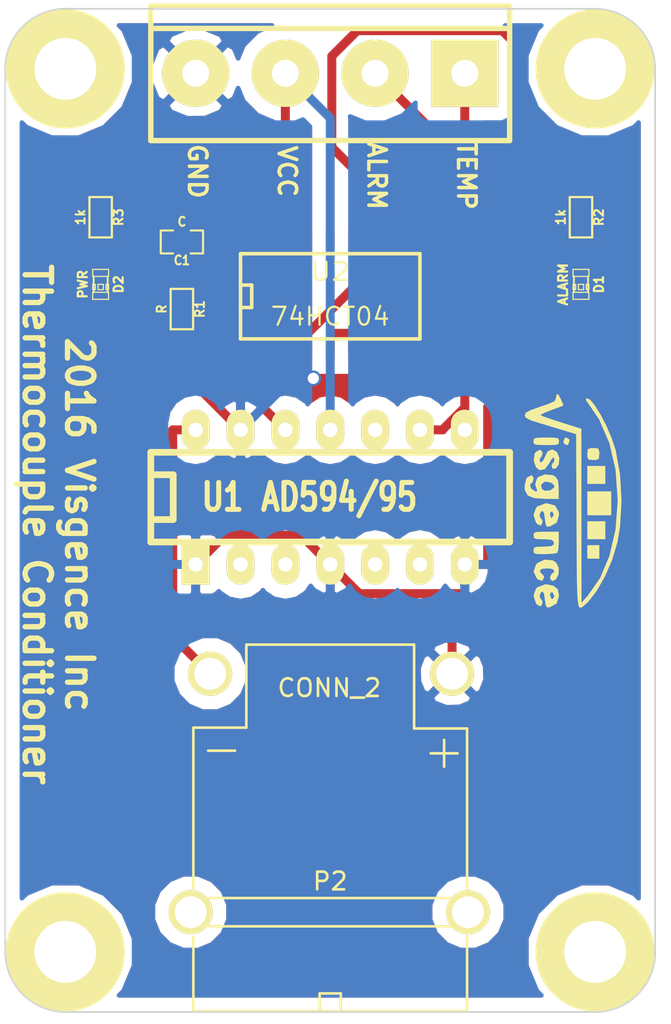
<source format=kicad_pcb>
(kicad_pcb (version 4) (host pcbnew 4.0.2-stable)

  (general
    (links 25)
    (no_connects 0)
    (area 38.749999 33.944122 75.650001 90.855878)
    (thickness 1.6)
    (drawings 14)
    (tracks 89)
    (zones 0)
    (modules 15)
    (nets 16)
  )

  (page A4)
  (layers
    (0 F.Cu signal)
    (31 B.Cu signal)
    (32 B.Adhes user)
    (33 F.Adhes user)
    (34 B.Paste user)
    (35 F.Paste user)
    (36 B.SilkS user)
    (37 F.SilkS user)
    (38 B.Mask user)
    (39 F.Mask user)
    (40 Dwgs.User user)
    (41 Cmts.User user)
    (42 Eco1.User user)
    (43 Eco2.User user)
    (44 Edge.Cuts user)
  )

  (setup
    (last_trace_width 0.508)
    (trace_clearance 0.254)
    (zone_clearance 0.762)
    (zone_45_only no)
    (trace_min 0.254)
    (segment_width 0.2)
    (edge_width 0.1)
    (via_size 0.889)
    (via_drill 0.635)
    (via_min_size 0.889)
    (via_min_drill 0.508)
    (uvia_size 0.508)
    (uvia_drill 0.127)
    (uvias_allowed no)
    (uvia_min_size 0.508)
    (uvia_min_drill 0.127)
    (pcb_text_width 0.3)
    (pcb_text_size 1.5 1.5)
    (mod_edge_width 0.15)
    (mod_text_size 1 1)
    (mod_text_width 0.15)
    (pad_size 6 6)
    (pad_drill 3.5)
    (pad_to_mask_clearance 0)
    (aux_axis_origin 38.8 34)
    (visible_elements 7FFFFF7F)
    (pcbplotparams
      (layerselection 0x010f0_80000001)
      (usegerberextensions true)
      (excludeedgelayer false)
      (linewidth 0.150000)
      (plotframeref false)
      (viasonmask false)
      (mode 1)
      (useauxorigin true)
      (hpglpennumber 1)
      (hpglpenspeed 20)
      (hpglpendiameter 15)
      (hpglpenoverlay 2)
      (psnegative false)
      (psa4output false)
      (plotreference true)
      (plotvalue true)
      (plotinvisibletext false)
      (padsonsilk false)
      (subtractmaskfromsilk true)
      (outputformat 1)
      (mirror false)
      (drillshape 0)
      (scaleselection 1)
      (outputdirectory gerber))
  )

  (net 0 "")
  (net 1 ALARM)
  (net 2 GND)
  (net 3 "Net-(D1-Pad1)")
  (net 4 "Net-(D2-Pad1)")
  (net 5 "Net-(P2-Pad2)")
  (net 6 "Net-(R1-Pad2)")
  (net 7 "Net-(R2-Pad1)")
  (net 8 "Net-(U1-Pad10)")
  (net 9 "Net-(U1-Pad2)")
  (net 10 "Net-(U1-Pad3)")
  (net 11 "Net-(U1-Pad5)")
  (net 12 "Net-(U1-Pad6)")
  (net 13 "Net-(U2-Pad4)")
  (net 14 TEMP)
  (net 15 VCC)

  (net_class Default "This is the default net class."
    (clearance 0.254)
    (trace_width 0.508)
    (via_dia 0.889)
    (via_drill 0.635)
    (uvia_dia 0.508)
    (uvia_drill 0.127)
    (add_net ALARM)
    (add_net GND)
    (add_net "Net-(D1-Pad1)")
    (add_net "Net-(D2-Pad1)")
    (add_net "Net-(P2-Pad2)")
    (add_net "Net-(R1-Pad2)")
    (add_net "Net-(R2-Pad1)")
    (add_net "Net-(U1-Pad10)")
    (add_net "Net-(U1-Pad2)")
    (add_net "Net-(U1-Pad3)")
    (add_net "Net-(U1-Pad5)")
    (add_net "Net-(U1-Pad6)")
    (add_net "Net-(U2-Pad4)")
    (add_net TEMP)
    (add_net VCC)
  )

  (module visgence_parts:SM0603_Capa_VIS (layer F.Cu) (tedit 52A163D0) (tstamp 531FD99F)
    (at 48.8 47.2 180)
    (path /531D4C2E)
    (attr smd)
    (fp_text reference C1 (at 0 -1.0414 180) (layer F.SilkS)
      (effects (font (size 0.508 0.4572) (thickness 0.1143)))
    )
    (fp_text value C (at 0 1.143 180) (layer F.SilkS)
      (effects (font (size 0.508 0.4572) (thickness 0.1143)))
    )
    (fp_line (start 0.50038 0.65024) (end 1.19888 0.65024) (layer F.SilkS) (width 0.11938))
    (fp_line (start -0.50038 0.65024) (end -1.19888 0.65024) (layer F.SilkS) (width 0.11938))
    (fp_line (start 0.50038 -0.65024) (end 1.19888 -0.65024) (layer F.SilkS) (width 0.11938))
    (fp_line (start -1.19888 -0.65024) (end -0.50038 -0.65024) (layer F.SilkS) (width 0.11938))
    (fp_line (start 1.19888 -0.635) (end 1.19888 0.635) (layer F.SilkS) (width 0.11938))
    (fp_line (start -1.19888 0.635) (end -1.19888 -0.635) (layer F.SilkS) (width 0.11938))
    (pad 1 smd rect (at -0.762 0 180) (size 0.635 1.143) (layers F.Cu F.Paste F.Mask)
      (net 15 VCC))
    (pad 2 smd rect (at 0.762 0 180) (size 0.635 1.143) (layers F.Cu F.Paste F.Mask)
      (net 2 GND))
    (model ../../../../../../Users/cyrille/git/thermocouple-breakout/hardware/KiModels/R_0603.wrl
      (at (xyz 0 0 0.001))
      (scale (xyz 1 1 1))
      (rotate (xyz 0 0 0))
    )
  )

  (module LEDs:LED-0603 (layer F.Cu) (tedit 531FD956) (tstamp 531FD9BB)
    (at 71.4 49.6 270)
    (descr "LED 0603 smd package")
    (tags "LED led 0603 SMD smd SMT smt smdled SMDLED smtled SMTLED")
    (path /531D473C)
    (attr smd)
    (fp_text reference D1 (at 0 -1.016 270) (layer F.SilkS)
      (effects (font (size 0.508 0.508) (thickness 0.127)))
    )
    (fp_text value ALARM (at 0 1.016 270) (layer F.SilkS)
      (effects (font (size 0.508 0.508) (thickness 0.127)))
    )
    (fp_line (start 0.44958 -0.44958) (end 0.44958 0.44958) (layer F.SilkS) (width 0.06604))
    (fp_line (start 0.44958 0.44958) (end 0.84836 0.44958) (layer F.SilkS) (width 0.06604))
    (fp_line (start 0.84836 -0.44958) (end 0.84836 0.44958) (layer F.SilkS) (width 0.06604))
    (fp_line (start 0.44958 -0.44958) (end 0.84836 -0.44958) (layer F.SilkS) (width 0.06604))
    (fp_line (start -0.84836 -0.44958) (end -0.84836 0.44958) (layer F.SilkS) (width 0.06604))
    (fp_line (start -0.84836 0.44958) (end -0.44958 0.44958) (layer F.SilkS) (width 0.06604))
    (fp_line (start -0.44958 -0.44958) (end -0.44958 0.44958) (layer F.SilkS) (width 0.06604))
    (fp_line (start -0.84836 -0.44958) (end -0.44958 -0.44958) (layer F.SilkS) (width 0.06604))
    (fp_line (start 0 -0.44958) (end 0 -0.29972) (layer F.SilkS) (width 0.06604))
    (fp_line (start 0 -0.29972) (end 0.29972 -0.29972) (layer F.SilkS) (width 0.06604))
    (fp_line (start 0.29972 -0.44958) (end 0.29972 -0.29972) (layer F.SilkS) (width 0.06604))
    (fp_line (start 0 -0.44958) (end 0.29972 -0.44958) (layer F.SilkS) (width 0.06604))
    (fp_line (start 0 0.29972) (end 0 0.44958) (layer F.SilkS) (width 0.06604))
    (fp_line (start 0 0.44958) (end 0.29972 0.44958) (layer F.SilkS) (width 0.06604))
    (fp_line (start 0.29972 0.29972) (end 0.29972 0.44958) (layer F.SilkS) (width 0.06604))
    (fp_line (start 0 0.29972) (end 0.29972 0.29972) (layer F.SilkS) (width 0.06604))
    (fp_line (start 0 -0.14986) (end 0 0.14986) (layer F.SilkS) (width 0.06604))
    (fp_line (start 0 0.14986) (end 0.29972 0.14986) (layer F.SilkS) (width 0.06604))
    (fp_line (start 0.29972 -0.14986) (end 0.29972 0.14986) (layer F.SilkS) (width 0.06604))
    (fp_line (start 0 -0.14986) (end 0.29972 -0.14986) (layer F.SilkS) (width 0.06604))
    (fp_line (start 0.44958 -0.39878) (end -0.44958 -0.39878) (layer F.SilkS) (width 0.1016))
    (fp_line (start 0.44958 0.39878) (end -0.44958 0.39878) (layer F.SilkS) (width 0.1016))
    (pad 1 smd rect (at -0.7493 0 270) (size 0.79756 0.79756) (layers F.Cu F.Paste F.Mask)
      (net 3 "Net-(D1-Pad1)"))
    (pad 2 smd rect (at 0.7493 0 270) (size 0.79756 0.79756) (layers F.Cu F.Paste F.Mask)
      (net 2 GND))
    (model ../../../../../../Users/cyrille/git/thermocouple-breakout/hardware/KiModels/LED-0805.wrl
      (at (xyz 0 0 0))
      (scale (xyz 0.6 0.6 0.6))
      (rotate (xyz 0 0 0))
    )
  )

  (module LEDs:LED-0603 (layer F.Cu) (tedit 531FD956) (tstamp 531FD9D7)
    (at 44.2 49.6 270)
    (descr "LED 0603 smd package")
    (tags "LED led 0603 SMD smd SMT smt smdled SMDLED smtled SMTLED")
    (path /531D4B9D)
    (attr smd)
    (fp_text reference D2 (at 0 -1.016 270) (layer F.SilkS)
      (effects (font (size 0.508 0.508) (thickness 0.127)))
    )
    (fp_text value PWR (at 0 1.016 270) (layer F.SilkS)
      (effects (font (size 0.508 0.508) (thickness 0.127)))
    )
    (fp_line (start 0.44958 -0.44958) (end 0.44958 0.44958) (layer F.SilkS) (width 0.06604))
    (fp_line (start 0.44958 0.44958) (end 0.84836 0.44958) (layer F.SilkS) (width 0.06604))
    (fp_line (start 0.84836 -0.44958) (end 0.84836 0.44958) (layer F.SilkS) (width 0.06604))
    (fp_line (start 0.44958 -0.44958) (end 0.84836 -0.44958) (layer F.SilkS) (width 0.06604))
    (fp_line (start -0.84836 -0.44958) (end -0.84836 0.44958) (layer F.SilkS) (width 0.06604))
    (fp_line (start -0.84836 0.44958) (end -0.44958 0.44958) (layer F.SilkS) (width 0.06604))
    (fp_line (start -0.44958 -0.44958) (end -0.44958 0.44958) (layer F.SilkS) (width 0.06604))
    (fp_line (start -0.84836 -0.44958) (end -0.44958 -0.44958) (layer F.SilkS) (width 0.06604))
    (fp_line (start 0 -0.44958) (end 0 -0.29972) (layer F.SilkS) (width 0.06604))
    (fp_line (start 0 -0.29972) (end 0.29972 -0.29972) (layer F.SilkS) (width 0.06604))
    (fp_line (start 0.29972 -0.44958) (end 0.29972 -0.29972) (layer F.SilkS) (width 0.06604))
    (fp_line (start 0 -0.44958) (end 0.29972 -0.44958) (layer F.SilkS) (width 0.06604))
    (fp_line (start 0 0.29972) (end 0 0.44958) (layer F.SilkS) (width 0.06604))
    (fp_line (start 0 0.44958) (end 0.29972 0.44958) (layer F.SilkS) (width 0.06604))
    (fp_line (start 0.29972 0.29972) (end 0.29972 0.44958) (layer F.SilkS) (width 0.06604))
    (fp_line (start 0 0.29972) (end 0.29972 0.29972) (layer F.SilkS) (width 0.06604))
    (fp_line (start 0 -0.14986) (end 0 0.14986) (layer F.SilkS) (width 0.06604))
    (fp_line (start 0 0.14986) (end 0.29972 0.14986) (layer F.SilkS) (width 0.06604))
    (fp_line (start 0.29972 -0.14986) (end 0.29972 0.14986) (layer F.SilkS) (width 0.06604))
    (fp_line (start 0 -0.14986) (end 0.29972 -0.14986) (layer F.SilkS) (width 0.06604))
    (fp_line (start 0.44958 -0.39878) (end -0.44958 -0.39878) (layer F.SilkS) (width 0.1016))
    (fp_line (start 0.44958 0.39878) (end -0.44958 0.39878) (layer F.SilkS) (width 0.1016))
    (pad 1 smd rect (at -0.7493 0 270) (size 0.79756 0.79756) (layers F.Cu F.Paste F.Mask)
      (net 4 "Net-(D2-Pad1)"))
    (pad 2 smd rect (at 0.7493 0 270) (size 0.79756 0.79756) (layers F.Cu F.Paste F.Mask)
      (net 2 GND))
    (model ../../../../../../Users/cyrille/git/thermocouple-breakout/hardware/KiModels/LED-0805.wrl
      (at (xyz 0 0 0))
      (scale (xyz 0.6 0.6 0.6))
      (rotate (xyz 0 0 0))
    )
  )

  (module Connect:bornier4 (layer F.Cu) (tedit 531FE3DC) (tstamp 531FD9E4)
    (at 57.2 37.65 180)
    (descr "Bornier d'alimentation 4 pins")
    (tags DEV)
    (path /531D42CC)
    (fp_text reference P1 (at 0 -6.35 180) (layer F.SilkS) hide
      (effects (font (size 2.6162 1.59766) (thickness 0.3048)))
    )
    (fp_text value CONN_4 (at 0 5.08 180) (layer F.SilkS) hide
      (effects (font (thickness 0.3048)))
    )
    (fp_line (start -10.16 -3.81) (end -10.16 3.81) (layer F.SilkS) (width 0.3048))
    (fp_line (start 10.16 3.81) (end 10.16 -3.81) (layer F.SilkS) (width 0.3048))
    (fp_line (start 10.16 2.54) (end -10.16 2.54) (layer F.SilkS) (width 0.3048))
    (fp_line (start -10.16 -3.81) (end 10.16 -3.81) (layer F.SilkS) (width 0.3048))
    (fp_line (start -10.16 3.81) (end 10.16 3.81) (layer F.SilkS) (width 0.3048))
    (pad 2 thru_hole circle (at -2.54 0 180) (size 3.81 3.81) (drill 1.524) (layers *.Cu *.Mask F.SilkS)
      (net 1 ALARM))
    (pad 3 thru_hole circle (at 2.54 0 180) (size 3.81 3.81) (drill 1.524) (layers *.Cu *.Mask F.SilkS)
      (net 15 VCC))
    (pad 1 thru_hole rect (at -7.62 0 180) (size 3.81 3.81) (drill 1.524) (layers *.Cu *.Mask F.SilkS)
      (net 14 TEMP))
    (pad 4 thru_hole circle (at 7.62 0 180) (size 3.81 3.81) (drill 1.524) (layers *.Cu *.Mask F.SilkS)
      (net 2 GND))
    (model Device/bornier_4.wrl
      (at (xyz 0 0 0))
      (scale (xyz 1 1 1))
      (rotate (xyz 0 0 0))
    )
  )

  (module visgence_parts:SM0603_VIS (layer F.Cu) (tedit 52A161E2) (tstamp 531FE3E2)
    (at 48.8 51 270)
    (path /531D4721)
    (attr smd)
    (fp_text reference R1 (at 0 -1.016 270) (layer F.SilkS)
      (effects (font (size 0.508 0.508) (thickness 0.1143)))
    )
    (fp_text value R (at 0 1.143 270) (layer F.SilkS)
      (effects (font (size 0.508 0.508) (thickness 0.1143)))
    )
    (fp_line (start -1.143 -0.635) (end 1.143 -0.635) (layer F.SilkS) (width 0.127))
    (fp_line (start 1.143 -0.635) (end 1.143 0.635) (layer F.SilkS) (width 0.127))
    (fp_line (start 1.143 0.635) (end -1.143 0.635) (layer F.SilkS) (width 0.127))
    (fp_line (start -1.143 0.635) (end -1.143 -0.635) (layer F.SilkS) (width 0.127))
    (pad 1 smd rect (at -0.762 0 270) (size 0.635 1.143) (layers F.Cu F.Paste F.Mask)
      (net 15 VCC))
    (pad 2 smd rect (at 0.762 0 270) (size 0.635 1.143) (layers F.Cu F.Paste F.Mask)
      (net 6 "Net-(R1-Pad2)"))
    (model ../../../../../../Users/cyrille/git/thermocouple-breakout/hardware/KiModels/R_0603.wrl
      (at (xyz 0 0 0.001))
      (scale (xyz 1 1 1))
      (rotate (xyz 0 0 0))
    )
  )

  (module visgence_parts:SM0603_VIS (layer F.Cu) (tedit 52A161E2) (tstamp 531FD9F8)
    (at 71.4 45.8 270)
    (path /531D49AE)
    (attr smd)
    (fp_text reference R2 (at 0 -1.016 270) (layer F.SilkS)
      (effects (font (size 0.508 0.508) (thickness 0.1143)))
    )
    (fp_text value 1k (at 0 1.143 270) (layer F.SilkS)
      (effects (font (size 0.508 0.508) (thickness 0.1143)))
    )
    (fp_line (start -1.143 -0.635) (end 1.143 -0.635) (layer F.SilkS) (width 0.127))
    (fp_line (start 1.143 -0.635) (end 1.143 0.635) (layer F.SilkS) (width 0.127))
    (fp_line (start 1.143 0.635) (end -1.143 0.635) (layer F.SilkS) (width 0.127))
    (fp_line (start -1.143 0.635) (end -1.143 -0.635) (layer F.SilkS) (width 0.127))
    (pad 1 smd rect (at -0.762 0 270) (size 0.635 1.143) (layers F.Cu F.Paste F.Mask)
      (net 7 "Net-(R2-Pad1)"))
    (pad 2 smd rect (at 0.762 0 270) (size 0.635 1.143) (layers F.Cu F.Paste F.Mask)
      (net 3 "Net-(D1-Pad1)"))
    (model ../../../../../../Users/cyrille/git/thermocouple-breakout/hardware/KiModels/R_0603.wrl
      (at (xyz 0 0 0.001))
      (scale (xyz 1 1 1))
      (rotate (xyz 0 0 0))
    )
  )

  (module visgence_parts:SM0603_VIS (layer F.Cu) (tedit 52A161E2) (tstamp 531FDA02)
    (at 44.2 45.8 270)
    (path /531D4BA8)
    (attr smd)
    (fp_text reference R3 (at 0 -1.016 270) (layer F.SilkS)
      (effects (font (size 0.508 0.508) (thickness 0.1143)))
    )
    (fp_text value 1k (at 0 1.143 270) (layer F.SilkS)
      (effects (font (size 0.508 0.508) (thickness 0.1143)))
    )
    (fp_line (start -1.143 -0.635) (end 1.143 -0.635) (layer F.SilkS) (width 0.127))
    (fp_line (start 1.143 -0.635) (end 1.143 0.635) (layer F.SilkS) (width 0.127))
    (fp_line (start 1.143 0.635) (end -1.143 0.635) (layer F.SilkS) (width 0.127))
    (fp_line (start -1.143 0.635) (end -1.143 -0.635) (layer F.SilkS) (width 0.127))
    (pad 1 smd rect (at -0.762 0 270) (size 0.635 1.143) (layers F.Cu F.Paste F.Mask)
      (net 15 VCC))
    (pad 2 smd rect (at 0.762 0 270) (size 0.635 1.143) (layers F.Cu F.Paste F.Mask)
      (net 4 "Net-(D2-Pad1)"))
    (model ../../../../../../Users/cyrille/git/thermocouple-breakout/hardware/KiModels/R_0603.wrl
      (at (xyz 0 0 0.001))
      (scale (xyz 1 1 1))
      (rotate (xyz 0 0 0))
    )
  )

  (module Sockets_DIP:DIP-14__300_ELL (layer F.Cu) (tedit 531FE3A4) (tstamp 531FEEBF)
    (at 57.2 61.65)
    (descr "14 pins DIL package, elliptical pads")
    (tags DIL)
    (path /531D4147)
    (fp_text reference U1 (at -6.096 0) (layer F.SilkS)
      (effects (font (size 1.524 1.143) (thickness 0.3048)))
    )
    (fp_text value AD594/95 (at 0.508 0) (layer F.SilkS)
      (effects (font (size 1.524 1.143) (thickness 0.3048)))
    )
    (fp_line (start -10.16 -2.54) (end 10.16 -2.54) (layer F.SilkS) (width 0.381))
    (fp_line (start 10.16 2.54) (end -10.16 2.54) (layer F.SilkS) (width 0.381))
    (fp_line (start -10.16 2.54) (end -10.16 -2.54) (layer F.SilkS) (width 0.381))
    (fp_line (start -10.16 -1.27) (end -8.89 -1.27) (layer F.SilkS) (width 0.381))
    (fp_line (start -8.89 -1.27) (end -8.89 1.27) (layer F.SilkS) (width 0.381))
    (fp_line (start -8.89 1.27) (end -10.16 1.27) (layer F.SilkS) (width 0.381))
    (fp_line (start 10.16 -2.54) (end 10.16 2.54) (layer F.SilkS) (width 0.381))
    (pad 1 thru_hole rect (at -7.62 3.81) (size 1.5748 2.286) (drill 0.8128) (layers *.Cu *.Mask F.SilkS)
      (net 2 GND))
    (pad 2 thru_hole oval (at -5.08 3.81) (size 1.5748 2.286) (drill 0.8128) (layers *.Cu *.Mask F.SilkS)
      (net 9 "Net-(U1-Pad2)"))
    (pad 3 thru_hole oval (at -2.54 3.81) (size 1.5748 2.286) (drill 0.8128) (layers *.Cu *.Mask F.SilkS)
      (net 10 "Net-(U1-Pad3)"))
    (pad 4 thru_hole oval (at 0 3.81) (size 1.5748 2.286) (drill 0.8128) (layers *.Cu *.Mask F.SilkS)
      (net 2 GND))
    (pad 5 thru_hole oval (at 2.54 3.81) (size 1.5748 2.286) (drill 0.8128) (layers *.Cu *.Mask F.SilkS)
      (net 11 "Net-(U1-Pad5)"))
    (pad 6 thru_hole oval (at 5.08 3.81) (size 1.5748 2.286) (drill 0.8128) (layers *.Cu *.Mask F.SilkS)
      (net 12 "Net-(U1-Pad6)"))
    (pad 7 thru_hole oval (at 7.62 3.81) (size 1.5748 2.286) (drill 0.8128) (layers *.Cu *.Mask F.SilkS)
      (net 2 GND))
    (pad 8 thru_hole oval (at 7.62 -3.81) (size 1.5748 2.286) (drill 0.8128) (layers *.Cu *.Mask F.SilkS)
      (net 14 TEMP))
    (pad 9 thru_hole oval (at 5.08 -3.81) (size 1.5748 2.286) (drill 0.8128) (layers *.Cu *.Mask F.SilkS)
      (net 14 TEMP))
    (pad 10 thru_hole oval (at 2.54 -3.81) (size 1.5748 2.286) (drill 0.8128) (layers *.Cu *.Mask F.SilkS)
      (net 8 "Net-(U1-Pad10)"))
    (pad 11 thru_hole oval (at 0 -3.81) (size 1.5748 2.286) (drill 0.8128) (layers *.Cu *.Mask F.SilkS)
      (net 15 VCC))
    (pad 12 thru_hole oval (at -2.54 -3.81) (size 1.5748 2.286) (drill 0.8128) (layers *.Cu *.Mask F.SilkS)
      (net 6 "Net-(R1-Pad2)"))
    (pad 13 thru_hole oval (at -5.08 -3.81) (size 1.5748 2.286) (drill 0.8128) (layers *.Cu *.Mask F.SilkS)
      (net 2 GND))
    (pad 14 thru_hole oval (at -7.62 -3.81) (size 1.5748 2.286) (drill 0.8128) (layers *.Cu *.Mask F.SilkS)
      (net 5 "Net-(P2-Pad2)"))
    (model ../../../../../../Users/cyrille/git/thermocouple-breakout/hardware/KiModels/dil.sockets.dil_socket_14.wrl
      (at (xyz 0 0 -0.05))
      (scale (xyz 1 1 1))
      (rotate (xyz 0 0 0))
    )
    (model ../../../../../../Users/cyrille/git/thermocouple-breakout/hardware/KiModels/DIP-14__300.wrl
      (at (xyz 0 0 0.1))
      (scale (xyz 1 1 1))
      (rotate (xyz 0 0 0))
    )
  )

  (module SMD_Packages:SO14N (layer F.Cu) (tedit 531FD956) (tstamp 531FEEA5)
    (at 57.2 50.15)
    (descr "Module CMS SOJ 14 pins Large")
    (tags "CMS SOJ")
    (path /531D4921)
    (attr smd)
    (fp_text reference U2 (at 0 -1.27) (layer F.SilkS)
      (effects (font (size 1.016 1.143) (thickness 0.127)))
    )
    (fp_text value 74HCT04 (at 0 1.27) (layer F.SilkS)
      (effects (font (size 1.016 1.016) (thickness 0.127)))
    )
    (fp_line (start 5.08 -2.286) (end 5.08 2.54) (layer F.SilkS) (width 0.2032))
    (fp_line (start 5.08 2.54) (end -5.08 2.54) (layer F.SilkS) (width 0.2032))
    (fp_line (start -5.08 2.54) (end -5.08 -2.286) (layer F.SilkS) (width 0.2032))
    (fp_line (start -5.08 -2.286) (end 5.08 -2.286) (layer F.SilkS) (width 0.2032))
    (fp_line (start -5.08 -0.508) (end -4.445 -0.508) (layer F.SilkS) (width 0.2032))
    (fp_line (start -4.445 -0.508) (end -4.445 0.762) (layer F.SilkS) (width 0.2032))
    (fp_line (start -4.445 0.762) (end -5.08 0.762) (layer F.SilkS) (width 0.2032))
    (pad 1 smd rect (at -3.81 3.302) (size 0.508 1.143) (layers F.Cu F.Paste F.Mask)
      (net 6 "Net-(R1-Pad2)"))
    (pad 2 smd rect (at -2.54 3.302) (size 0.508 1.143) (layers F.Cu F.Paste F.Mask)
      (net 7 "Net-(R2-Pad1)"))
    (pad 3 smd rect (at -1.27 3.302) (size 0.508 1.143) (layers F.Cu F.Paste F.Mask)
      (net 7 "Net-(R2-Pad1)"))
    (pad 4 smd rect (at 0 3.302) (size 0.508 1.143) (layers F.Cu F.Paste F.Mask)
      (net 13 "Net-(U2-Pad4)"))
    (pad 5 smd rect (at 1.27 3.302) (size 0.508 1.143) (layers F.Cu F.Paste F.Mask)
      (net 13 "Net-(U2-Pad4)"))
    (pad 6 smd rect (at 2.54 3.302) (size 0.508 1.143) (layers F.Cu F.Paste F.Mask)
      (net 1 ALARM))
    (pad 7 smd rect (at 3.81 3.302) (size 0.508 1.143) (layers F.Cu F.Paste F.Mask)
      (net 2 GND))
    (pad 8 smd rect (at 3.81 -3.048) (size 0.508 1.143) (layers F.Cu F.Paste F.Mask))
    (pad 9 smd rect (at 2.54 -3.048) (size 0.508 1.143) (layers F.Cu F.Paste F.Mask))
    (pad 11 smd rect (at 0 -3.048) (size 0.508 1.143) (layers F.Cu F.Paste F.Mask))
    (pad 12 smd rect (at -1.27 -3.048) (size 0.508 1.143) (layers F.Cu F.Paste F.Mask))
    (pad 13 smd rect (at -2.54 -3.048) (size 0.508 1.143) (layers F.Cu F.Paste F.Mask))
    (pad 14 smd rect (at -3.81 -3.048) (size 0.508 1.143) (layers F.Cu F.Paste F.Mask)
      (net 15 VCC))
    (pad 10 smd rect (at 1.27 -3.048) (size 0.508 1.143) (layers F.Cu F.Paste F.Mask))
    (model ../../../../../../Users/cyrille/git/thermocouple-breakout/hardware/KiModels/DIP-14__300.wrl
      (at (xyz 0 -0.005 0))
      (scale (xyz 0.5 0.65 0.6))
      (rotate (xyz 0 0 0))
    )
  )

  (module visgence_parts:PCC-SMP (layer F.Cu) (tedit 531FE0CE) (tstamp 531FE3CC)
    (at 57.2 78.4 180)
    (path /531D42A1)
    (fp_text reference P2 (at 0 -5 180) (layer F.SilkS)
      (effects (font (size 1 1) (thickness 0.15)))
    )
    (fp_text value CONN_2 (at 0.05 5.95 180) (layer F.SilkS)
      (effects (font (size 1 1) (thickness 0.15)))
    )
    (fp_line (start 0.6 -12.35) (end 0.6 -11.35) (layer F.SilkS) (width 0.15))
    (fp_line (start 0.6 -11.35) (end -0.6 -11.35) (layer F.SilkS) (width 0.15))
    (fp_line (start -0.6 -11.35) (end -0.6 -12.35) (layer F.SilkS) (width 0.15))
    (fp_text user - (at 6.15 2.55 180) (layer F.SilkS)
      (effects (font (size 2 2) (thickness 0.15)))
    )
    (fp_text user + (at -6.45 2.4 180) (layer F.SilkS)
      (effects (font (size 2 2) (thickness 0.15)))
    )
    (fp_line (start -7.75 3.65) (end -4.75 3.65) (layer F.SilkS) (width 0.15))
    (fp_line (start -4.75 3.65) (end -4.75 8.4) (layer F.SilkS) (width 0.15))
    (fp_line (start -4.75 8.4) (end 4.75 8.4) (layer F.SilkS) (width 0.15))
    (fp_line (start 4.75 8.4) (end 4.75 8.05) (layer F.SilkS) (width 0.15))
    (fp_line (start 7.75 3.7) (end 4.75 3.7) (layer F.SilkS) (width 0.15))
    (fp_line (start 4.75 3.7) (end 4.75 8.25) (layer F.SilkS) (width 0.15))
    (fp_line (start -7.75 -5.45) (end -7.75 3.65) (layer F.SilkS) (width 0.15))
    (fp_line (start 7.75 -5.4) (end 7.75 3.65) (layer F.SilkS) (width 0.15))
    (fp_line (start 7.75 -12.35) (end 7.75 -8.15) (layer F.SilkS) (width 0.15))
    (fp_line (start 0 -12.35) (end -7.75 -12.35) (layer F.SilkS) (width 0.15))
    (fp_line (start -7.75 -12.35) (end -7.75 -8.1) (layer F.SilkS) (width 0.15))
    (fp_line (start 0 -12.35) (end 7.75 -12.35) (layer F.SilkS) (width 0.15))
    (fp_line (start -6.8 -5.95) (end 6.85 -5.95) (layer F.SilkS) (width 0.15))
    (fp_line (start -6.85 -7.55) (end 6.85 -7.55) (layer F.SilkS) (width 0.15))
    (pad 2 thru_hole circle (at 6.8 6.75 180) (size 2.5 2.5) (drill 1.8) (layers *.Cu *.Mask F.SilkS)
      (net 5 "Net-(P2-Pad2)"))
    (pad 1 thru_hole circle (at -6.9 6.75 180) (size 2.5 2.5) (drill 1.8) (layers *.Cu *.Mask F.SilkS)
      (net 2 GND))
    (pad "" thru_hole circle (at 7.9 -6.75 180) (size 2.5 2.5) (drill 1.8) (layers *.Cu *.Mask F.SilkS))
    (pad "" thru_hole circle (at -7.8 -6.75 180) (size 2.5 2.5) (drill 1.8) (layers *.Cu *.Mask F.SilkS))
    (model ../../../../../../Users/cyrille/git/thermocouple-breakout/hardware/KiModels/ThermoCouple.wrl
      (at (xyz 0 0.14 0.15))
      (scale (xyz 1 1 1))
      (rotate (xyz 0 0 0))
    )
  )

  (module visgence_parts:1pin_C (layer F.Cu) (tedit 531FEC64) (tstamp 531FECC2)
    (at 72.2 37.4)
    (descr "module 1 pin (ou trou mecanique de percage)")
    (tags DEV)
    (path 1pin)
    (fp_text reference h2 (at 0 -3.048) (layer F.SilkS) hide
      (effects (font (size 1.016 1.016) (thickness 0.254)))
    )
    (fp_text value pin (at 0 2.794) (layer F.SilkS) hide
      (effects (font (size 1.016 1.016) (thickness 0.254)))
    )
    (fp_circle (center 0 0) (end 3.175 0.2286) (layer F.SilkS) (width 0.381))
    (pad 1 thru_hole circle (at 0 0) (size 6 6) (drill 3.5) (layers *.Cu *.Mask F.SilkS))
  )

  (module visgence_parts:1pin_C (layer F.Cu) (tedit 531FEC5B) (tstamp 531FECCD)
    (at 42.2 37.4)
    (descr "module 1 pin (ou trou mecanique de percage)")
    (tags DEV)
    (path 1pin)
    (fp_text reference h1 (at 0 -3.048) (layer F.SilkS) hide
      (effects (font (size 1.016 1.016) (thickness 0.254)))
    )
    (fp_text value pin (at 0 2.794) (layer F.SilkS) hide
      (effects (font (size 1.016 1.016) (thickness 0.254)))
    )
    (fp_circle (center 0 0) (end 3.175 0.2286) (layer F.SilkS) (width 0.381))
    (pad 1 thru_hole circle (at 0 0) (size 6 6) (drill 3.5) (layers *.Cu *.Mask F.SilkS))
  )

  (module visgence_parts:1pin_C (layer F.Cu) (tedit 531FEC78) (tstamp 531FED10)
    (at 72.2 87.4)
    (descr "module 1 pin (ou trou mecanique de percage)")
    (tags DEV)
    (path 1pin)
    (fp_text reference h4 (at 0 -3.048) (layer F.SilkS) hide
      (effects (font (size 1.016 1.016) (thickness 0.254)))
    )
    (fp_text value pin (at 0 2.794) (layer F.SilkS) hide
      (effects (font (size 1.016 1.016) (thickness 0.254)))
    )
    (fp_circle (center 0 0) (end 3.175 0.2286) (layer F.SilkS) (width 0.381))
    (pad 1 thru_hole circle (at 0 0) (size 6 6) (drill 3.5) (layers *.Cu *.Mask F.SilkS))
  )

  (module visgence_parts:1pin_C (layer F.Cu) (tedit 531FEC6C) (tstamp 531FED1C)
    (at 42.2 87.4)
    (descr "module 1 pin (ou trou mecanique de percage)")
    (tags DEV)
    (path 1pin)
    (fp_text reference h3 (at 0 -3.048) (layer F.SilkS) hide
      (effects (font (size 1.016 1.016) (thickness 0.254)))
    )
    (fp_text value pin (at 0 2.794) (layer F.SilkS) hide
      (effects (font (size 1.016 1.016) (thickness 0.254)))
    )
    (fp_circle (center 0 0) (end 3.175 0.2286) (layer F.SilkS) (width 0.381))
    (pad 1 thru_hole circle (at 0 0) (size 6 6) (drill 3.5) (layers *.Cu *.Mask F.SilkS))
  )

  (module visgence_parts:LOGO (layer F.Cu) (tedit 516D6A74) (tstamp 531FF259)
    (at 71 62 270)
    (fp_text reference G*** (at 0 3.63982 270) (layer F.SilkS) hide
      (effects (font (thickness 0.3048)))
    )
    (fp_text value LOGO (at 0 -3.63982 270) (layer F.SilkS) hide
      (effects (font (thickness 0.3048)))
    )
    (fp_poly (pts (xy -4.96824 2.77622) (xy -4.8514 2.72288) (xy -4.6863 2.41046) (xy -4.59486 2.11328)
      (xy -3.91668 -0.127) (xy 1.0033 -0.14732) (xy 2.46126 -0.15494) (xy 3.60934 -0.16002)
      (xy 4.4831 -0.17272) (xy 5.1181 -0.1905) (xy 5.54482 -0.22098) (xy 5.79628 -0.26416)
      (xy 5.9055 -0.32766) (xy 5.9055 -0.41402) (xy 5.8293 -0.52578) (xy 5.70738 -0.66802)
      (xy 5.59054 -0.79502) (xy 4.9657 -1.28778) (xy 4.13004 -1.76276) (xy 3.18262 -2.1717)
      (xy 2.21488 -2.46126) (xy 1.31826 -2.61366) (xy -0.1397 -2.69494) (xy -1.63068 -2.61366)
      (xy -2.99212 -2.36728) (xy -3.04038 -2.35458) (xy -3.69316 -2.13614) (xy -4.37134 -1.84658)
      (xy -5.0038 -1.52146) (xy -5.5245 -1.19888) (xy -5.86486 -0.91948) (xy -5.9563 -0.71882)
      (xy -5.94614 -0.6985) (xy -5.83184 -0.6858) (xy -5.55752 -0.88138) (xy -4.74726 -1.43002)
      (xy -3.42392 -2.00406) (xy -1.89992 -2.35966) (xy -0.21082 -2.47904) (xy -0.10668 -2.47904)
      (xy 1.4986 -2.35458) (xy 2.96164 -2.01676) (xy 4.2291 -1.48336) (xy 5.25272 -0.76962)
      (xy 5.62864 -0.42926) (xy -4.22148 -0.42164) (xy -4.58216 0.72136) (xy -4.76504 1.28524)
      (xy -4.90982 1.7018) (xy -4.98856 1.88468) (xy -5.01396 1.87706) (xy -5.12826 1.66878)
      (xy -5.28574 1.27) (xy -5.3467 1.09474) (xy -5.48132 0.73406) (xy -5.54482 0.59182)
      (xy -5.6388 0.62738) (xy -5.92328 0.75184) (xy -6.16204 0.88138) (xy -6.16712 0.98044)
      (xy -5.91312 1.0287) (xy -5.77596 1.10744) (xy -5.6261 1.45542) (xy -5.4991 1.82626)
      (xy -5.31368 2.35204) (xy -5.26034 2.4892) (xy -5.12318 2.73558) (xy -4.96824 2.77622)) (layer F.SilkS) (width 0.00254))
    (fp_poly (pts (xy -0.9652 2.794) (xy -0.7366 2.77368) (xy -0.4445 2.6162) (xy -0.29464 2.24536)
      (xy -0.25146 1.60528) (xy -0.25146 0.8636) (xy -0.79502 0.86106) (xy -0.9652 0.8636)
      (xy -1.30302 0.90424) (xy -1.49352 1.0287) (xy -1.6002 1.22174) (xy -1.63576 1.65354)
      (xy -1.4859 2.02438) (xy -1.41478 2.08788) (xy -1.07696 2.1971) (xy -1.0414 2.1844)
      (xy -1.0414 1.85928) (xy -1.21158 1.68402) (xy -1.22682 1.5367) (xy -1.14808 1.23952)
      (xy -0.9779 1.09982) (xy -0.89916 1.12014) (xy -0.73406 1.34112) (xy -0.71374 1.65862)
      (xy -0.8128 1.81356) (xy -1.0414 1.85928) (xy -1.0414 2.1844) (xy -0.77724 2.09804)
      (xy -0.72644 2.05486) (xy -0.67564 2.1336) (xy -0.68326 2.1971) (xy -0.8382 2.4257)
      (xy -1.05918 2.48412) (xy -1.06172 2.48158) (xy -1.18364 2.35966) (xy -1.19888 2.33426)
      (xy -1.39446 2.28346) (xy -1.43764 2.286) (xy -1.6002 2.39014) (xy -1.46812 2.63906)
      (xy -1.39446 2.70002) (xy -0.9652 2.794)) (layer F.SilkS) (width 0.00254))
    (fp_poly (pts (xy -3.51282 2.28346) (xy -3.43154 2.28092) (xy -3.3401 2.2225) (xy -3.30708 2.01676)
      (xy -3.29946 1.56464) (xy -3.302 1.29032) (xy -3.31978 0.98044) (xy -3.38074 0.8636)
      (xy -3.51282 0.84582) (xy -3.5941 0.84836) (xy -3.68554 0.90678) (xy -3.71856 1.11506)
      (xy -3.72364 1.56464) (xy -3.72364 1.83896) (xy -3.70586 2.14884) (xy -3.6449 2.26568)
      (xy -3.51282 2.28346)) (layer F.SilkS) (width 0.00254))
    (fp_poly (pts (xy -2.42316 2.27584) (xy -2.0447 2.14884) (xy -1.8796 1.95072) (xy -1.92532 1.65862)
      (xy -2.26314 1.397) (xy -2.47142 1.29032) (xy -2.6162 1.15062) (xy -2.45364 1.09982)
      (xy -2.41554 1.10236) (xy -2.28346 1.18364) (xy -2.28092 1.20396) (xy -2.11582 1.26746)
      (xy -1.95326 1.19888) (xy -1.9812 1.01854) (xy -2.20726 0.85598) (xy -2.5654 0.82296)
      (xy -2.90322 0.95504) (xy -3.04546 1.21158) (xy -3.04546 1.2446) (xy -2.93878 1.49352)
      (xy -2.58572 1.6637) (xy -2.41046 1.74498) (xy -2.30378 1.8796) (xy -2.44602 1.94564)
      (xy -2.49174 1.9431) (xy -2.62382 1.86182) (xy -2.63906 1.83134) (xy -2.83464 1.77546)
      (xy -2.89306 1.78054) (xy -3.04292 1.90754) (xy -2.91338 2.15138) (xy -2.80416 2.22504)
      (xy -2.42316 2.27584)) (layer F.SilkS) (width 0.00254))
    (fp_poly (pts (xy 0.65532 2.286) (xy 1.0795 2.15392) (xy 1.18364 2.06502) (xy 1.2573 1.86436)
      (xy 1.05664 1.77546) (xy 0.98044 1.78308) (xy 0.84582 1.86182) (xy 0.81788 1.91008)
      (xy 0.63246 1.94056) (xy 0.45974 1.85674) (xy 0.4318 1.76784) (xy 0.54864 1.69164)
      (xy 0.635 1.67894) (xy 0.635 1.35382) (xy 0.5461 1.3462) (xy 0.4445 1.24714)
      (xy 0.44958 1.23444) (xy 0.635 1.14046) (xy 0.65532 1.143) (xy 0.8255 1.24714)
      (xy 0.8255 1.29032) (xy 0.635 1.35382) (xy 0.635 1.67894) (xy 0.92456 1.63576)
      (xy 1.17856 1.6002) (xy 1.32334 1.52654) (xy 1.31064 1.36144) (xy 1.31064 1.36144)
      (xy 1.08712 0.97028) (xy 0.66294 0.84582) (xy 0.49022 0.85852) (xy 0.12446 1.0668)
      (xy 0 1.5113) (xy 0.00508 1.61544) (xy 0.17526 2.06248) (xy 0.26162 2.14884)
      (xy 0.65532 2.286)) (layer F.SilkS) (width 0.00254))
    (fp_poly (pts (xy 2.667 2.28346) (xy 2.7051 2.28346) (xy 2.82448 2.2479) (xy 2.8702 2.07772)
      (xy 2.87528 1.67132) (xy 2.87528 1.59258) (xy 2.85242 1.17602) (xy 2.80924 0.95504)
      (xy 2.63398 0.88392) (xy 2.17678 0.85598) (xy 1.60782 0.86106) (xy 1.60782 1.57226)
      (xy 1.60782 1.83642) (xy 1.6256 2.14884) (xy 1.68656 2.26568) (xy 1.81864 2.28346)
      (xy 1.96342 2.2606) (xy 2.02184 2.11582) (xy 2.032 1.74244) (xy 2.032 1.62052)
      (xy 2.06502 1.27762) (xy 2.16662 1.15062) (xy 2.32664 1.1303) (xy 2.42824 1.30048)
      (xy 2.45364 1.7399) (xy 2.4638 2.11328) (xy 2.51968 2.2606) (xy 2.667 2.28346)) (layer F.SilkS) (width 0.00254))
    (fp_poly (pts (xy 3.86334 2.28092) (xy 4.23164 2.11582) (xy 4.31546 2.0193) (xy 4.38912 1.78562)
      (xy 4.191 1.69164) (xy 4.11988 1.69672) (xy 3.97764 1.82626) (xy 3.9751 1.84912)
      (xy 3.83032 1.9304) (xy 3.71602 1.83642) (xy 3.683 1.52146) (xy 3.7084 1.22682)
      (xy 3.83032 1.11506) (xy 3.85826 1.11252) (xy 3.97764 1.2192) (xy 3.98526 1.26238)
      (xy 4.191 1.35382) (xy 4.25958 1.34874) (xy 4.40182 1.2319) (xy 4.31546 1.02616)
      (xy 4.02082 0.86868) (xy 3.64744 0.85852) (xy 3.33756 1.02108) (xy 3.22326 1.21666)
      (xy 3.19024 1.6637) (xy 3.38074 2.06756) (xy 3.46964 2.14884) (xy 3.86334 2.28092)) (layer F.SilkS) (width 0.00254))
    (fp_poly (pts (xy 5.22732 2.286) (xy 5.6515 2.15392) (xy 5.75564 2.06502) (xy 5.8293 1.86436)
      (xy 5.62864 1.77546) (xy 5.55244 1.78308) (xy 5.41782 1.86182) (xy 5.38988 1.91008)
      (xy 5.20446 1.94056) (xy 5.03174 1.85674) (xy 5.0038 1.76784) (xy 5.12064 1.69164)
      (xy 5.19938 1.68148) (xy 5.19938 1.35382) (xy 5.07238 1.33096) (xy 5.0292 1.21666)
      (xy 5.2324 1.11506) (xy 5.28828 1.10998) (xy 5.41782 1.2192) (xy 5.4102 1.26492)
      (xy 5.19938 1.35382) (xy 5.19938 1.68148) (xy 5.49656 1.63576) (xy 5.75056 1.6002)
      (xy 5.89534 1.52654) (xy 5.88264 1.36144) (xy 5.66928 0.9779) (xy 5.25526 0.84582)
      (xy 5.1943 0.84836) (xy 4.8641 0.9144) (xy 4.66852 1.15824) (xy 4.57708 1.6002)
      (xy 4.74726 2.06248) (xy 4.83362 2.14884) (xy 5.22732 2.286)) (layer F.SilkS) (width 0.00254))
    (fp_poly (pts (xy -3.51282 0.59182) (xy -3.4036 0.57912) (xy -3.29946 0.42164) (xy -3.3147 0.33528)
      (xy -3.51282 0.25146) (xy -3.6195 0.26416) (xy -3.72364 0.42164) (xy -3.71094 0.508)
      (xy -3.51282 0.59182)) (layer F.SilkS) (width 0.00254))
    (fp_poly (pts (xy -2.79146 -0.762) (xy -2.63906 -0.762) (xy -2.4765 -0.83058) (xy -2.45364 -1.09982)
      (xy -2.45618 -1.25476) (xy -2.52476 -1.41478) (xy -2.79146 -1.43764) (xy -2.9464 -1.4351)
      (xy -3.10896 -1.36906) (xy -3.13182 -1.09982) (xy -3.12928 -0.94488) (xy -3.0607 -0.78486)
      (xy -2.79146 -0.762)) (layer F.SilkS) (width 0.00254))
    (fp_poly (pts (xy -1.09982 -0.762) (xy -1.09982 -1.778) (xy -2.11582 -1.778) (xy -2.11582 -0.762)
      (xy -1.09982 -0.762)) (layer F.SilkS) (width 0.00254))
    (fp_poly (pts (xy 0.67564 -0.762) (xy 0.67564 -2.11582) (xy -0.67564 -2.11582) (xy -0.67564 -0.762)
      (xy 0.67564 -0.762)) (layer F.SilkS) (width 0.00254))
    (fp_poly (pts (xy 2.032 -0.762) (xy 2.032 -1.778) (xy 1.016 -1.778) (xy 1.016 -0.762)
      (xy 2.032 -0.762)) (layer F.SilkS) (width 0.00254))
    (fp_poly (pts (xy 3.13182 -0.762) (xy 3.13182 -1.43764) (xy 2.36982 -1.43764) (xy 2.36982 -0.762)
      (xy 3.13182 -0.762)) (layer F.SilkS) (width 0.00254))
  )

  (gr_line (start 38.8 87.4) (end 38.8 37.2) (angle 90) (layer Edge.Cuts) (width 0.1))
  (gr_line (start 72 90.8) (end 42.2 90.8) (angle 90) (layer Edge.Cuts) (width 0.1))
  (gr_line (start 75.6 37.4) (end 75.6 87.6) (angle 90) (layer Edge.Cuts) (width 0.1))
  (gr_line (start 42.4 34) (end 72.2 34) (angle 90) (layer Edge.Cuts) (width 0.1))
  (gr_arc (start 42.2 87.4) (end 42.2 90.8) (angle 90) (layer Edge.Cuts) (width 0.1))
  (gr_arc (start 72.2 87.4) (end 75.6 87.6) (angle 90) (layer Edge.Cuts) (width 0.1))
  (gr_arc (start 72.2 37.4) (end 72.2 34) (angle 90) (layer Edge.Cuts) (width 0.1))
  (gr_arc (start 42.2 37.4) (end 38.8 37.2) (angle 90) (layer Edge.Cuts) (width 0.1))
  (gr_text "Thermocouple Conditioner" (at 40.6 63.2 270) (layer F.SilkS)
    (effects (font (size 1.5 1.5) (thickness 0.3)))
  )
  (gr_text "2016 Visgence Inc" (at 43 63.2 270) (layer F.SilkS)
    (effects (font (size 1.5 1.5) (thickness 0.3)))
  )
  (gr_text "TEMP\n" (at 64.92 43.452 270) (layer F.SilkS)
    (effects (font (size 1 1) (thickness 0.2)))
  )
  (gr_text ALRM (at 59.84 43.452 270) (layer F.SilkS)
    (effects (font (size 1 1) (thickness 0.2)))
  )
  (gr_text VCC (at 54.76 43.198 270) (layer F.SilkS)
    (effects (font (size 1 1) (thickness 0.2)))
  )
  (gr_text GND (at 49.68 43.198 270) (layer F.SilkS)
    (effects (font (size 1 1) (thickness 0.2)))
  )

  (segment (start 62.5736 40.4836) (end 59.74 37.65) (width 0.508) (layer F.Cu) (net 1))
  (segment (start 62.5736 49.5386) (end 62.5736 40.4836) (width 0.508) (layer F.Cu) (net 1))
  (segment (start 59.74 52.3722) (end 62.5736 49.5386) (width 0.508) (layer F.Cu) (net 1))
  (segment (start 59.74 53.452) (end 59.74 52.3722) (width 0.508) (layer F.Cu) (net 1))
  (via (at 56.2416 54.9229) (size 0.889) (layers F.Cu B.Cu) (net 2))
  (segment (start 61.01 53.452) (end 61.01 54.5318) (width 0.508) (layer F.Cu) (net 2))
  (segment (start 55.0371 54.9229) (end 56.2416 54.9229) (width 0.508) (layer B.Cu) (net 2))
  (segment (start 52.12 57.84) (end 55.0371 54.9229) (width 0.508) (layer B.Cu) (net 2))
  (segment (start 60.6189 54.9229) (end 61.01 54.5318) (width 0.508) (layer F.Cu) (net 2))
  (segment (start 56.2416 54.9229) (end 60.6189 54.9229) (width 0.508) (layer F.Cu) (net 2))
  (segment (start 43.1201 44.1099) (end 49.58 37.65) (width 0.508) (layer F.Cu) (net 2))
  (segment (start 43.1201 50.1765) (end 43.1201 44.1099) (width 0.508) (layer F.Cu) (net 2))
  (segment (start 43.2929 50.3493) (end 43.1201 50.1765) (width 0.508) (layer F.Cu) (net 2))
  (segment (start 44.2 50.3493) (end 43.2929 50.3493) (width 0.508) (layer F.Cu) (net 2))
  (segment (start 44.2 50.3493) (end 45.0029 50.3493) (width 0.508) (layer F.Cu) (net 2))
  (segment (start 45.0029 50.3493) (end 45.1071 50.3493) (width 0.508) (layer F.Cu) (net 2))
  (segment (start 47.1766 48.2798) (end 48.038 48.2798) (width 0.508) (layer F.Cu) (net 2))
  (segment (start 45.1071 50.3493) (end 47.1766 48.2798) (width 0.508) (layer F.Cu) (net 2))
  (segment (start 48.038 47.2) (end 48.038 48.2798) (width 0.508) (layer F.Cu) (net 2))
  (segment (start 45.1071 50.8271) (end 45.1071 50.3493) (width 0.508) (layer F.Cu) (net 2))
  (segment (start 52.12 57.84) (end 45.1071 50.8271) (width 0.508) (layer F.Cu) (net 2))
  (segment (start 66.1157 56.5407) (end 71.4 51.2564) (width 0.508) (layer F.Cu) (net 2))
  (segment (start 66.1157 65.46) (end 66.1157 56.5407) (width 0.508) (layer F.Cu) (net 2))
  (segment (start 64.82 65.46) (end 66.1157 65.46) (width 0.508) (layer F.Cu) (net 2))
  (segment (start 71.4 50.3493) (end 71.4 51.2564) (width 0.508) (layer F.Cu) (net 2))
  (segment (start 52.12 63.8086) (end 52.12 57.84) (width 0.508) (layer F.Cu) (net 2))
  (segment (start 51.2314 63.8086) (end 49.58 65.46) (width 0.508) (layer F.Cu) (net 2))
  (segment (start 52.12 63.8086) (end 51.2314 63.8086) (width 0.508) (layer F.Cu) (net 2))
  (segment (start 57.2 65.4599) (end 57.2 65.46) (width 0.508) (layer F.Cu) (net 2))
  (segment (start 56.9773 65.2372) (end 57.2 65.4599) (width 0.508) (layer F.Cu) (net 2))
  (segment (start 56.9772 65.2372) (end 56.9773 65.2372) (width 0.508) (layer F.Cu) (net 2))
  (segment (start 55.5486 63.8086) (end 56.9772 65.2372) (width 0.508) (layer F.Cu) (net 2))
  (segment (start 52.12 63.8086) (end 55.5486 63.8086) (width 0.508) (layer F.Cu) (net 2))
  (segment (start 64.1 71.65) (end 64.1 67.1114) (width 0.508) (layer F.Cu) (net 2))
  (segment (start 58.8514 67.1114) (end 64.1 67.1114) (width 0.508) (layer F.Cu) (net 2))
  (segment (start 57.2 65.46) (end 58.8514 67.1114) (width 0.508) (layer F.Cu) (net 2))
  (segment (start 64.1001 67.1113) (end 64.82 67.1113) (width 0.508) (layer F.Cu) (net 2))
  (segment (start 64.1 67.1114) (end 64.1001 67.1113) (width 0.508) (layer F.Cu) (net 2))
  (segment (start 64.82 65.46) (end 64.82 67.1113) (width 0.508) (layer F.Cu) (net 2))
  (segment (start 71.4 46.562) (end 71.4 48.8507) (width 0.508) (layer F.Cu) (net 3))
  (segment (start 44.2 46.562) (end 44.2 48.8507) (width 0.508) (layer F.Cu) (net 4))
  (segment (start 48.2843 69.5343) (end 48.2843 57.84) (width 0.508) (layer F.Cu) (net 5))
  (segment (start 50.4 71.65) (end 48.2843 69.5343) (width 0.508) (layer F.Cu) (net 5))
  (segment (start 49.58 57.84) (end 48.2843 57.84) (width 0.508) (layer F.Cu) (net 5))
  (segment (start 50.49 52.3722) (end 49.8798 51.762) (width 0.508) (layer F.Cu) (net 6))
  (segment (start 53.39 52.3722) (end 50.49 52.3722) (width 0.508) (layer F.Cu) (net 6))
  (segment (start 53.39 53.452) (end 53.39 52.3722) (width 0.508) (layer F.Cu) (net 6))
  (segment (start 48.8 51.762) (end 49.8798 51.762) (width 0.508) (layer F.Cu) (net 6))
  (segment (start 53.39 56.57) (end 53.39 53.452) (width 0.508) (layer F.Cu) (net 6))
  (segment (start 54.66 57.84) (end 53.39 56.57) (width 0.508) (layer F.Cu) (net 6))
  (segment (start 55.93 52.3722) (end 54.66 52.3722) (width 0.508) (layer F.Cu) (net 7))
  (segment (start 54.66 53.452) (end 54.66 52.3722) (width 0.508) (layer F.Cu) (net 7))
  (segment (start 55.93 53.452) (end 55.93 52.9121) (width 0.508) (layer F.Cu) (net 7))
  (segment (start 55.93 52.9121) (end 55.93 52.3722) (width 0.508) (layer F.Cu) (net 7))
  (segment (start 68.053 40.8652) (end 71.4 44.2122) (width 0.508) (layer F.Cu) (net 7))
  (segment (start 68.053 36.3471) (end 68.053 40.8652) (width 0.508) (layer F.Cu) (net 7))
  (segment (start 66.9425 35.2366) (end 68.053 36.3471) (width 0.508) (layer F.Cu) (net 7))
  (segment (start 58.7328 35.2366) (end 66.9425 35.2366) (width 0.508) (layer F.Cu) (net 7))
  (segment (start 57.2906 36.6788) (end 58.7328 35.2366) (width 0.508) (layer F.Cu) (net 7))
  (segment (start 57.2906 41.8384) (end 57.2906 36.6788) (width 0.508) (layer F.Cu) (net 7))
  (segment (start 61.7723 46.3201) (end 57.2906 41.8384) (width 0.508) (layer F.Cu) (net 7))
  (segment (start 61.7723 47.8849) (end 61.7723 46.3201) (width 0.508) (layer F.Cu) (net 7))
  (segment (start 61.4695 48.1877) (end 61.7723 47.8849) (width 0.508) (layer F.Cu) (net 7))
  (segment (start 60.1145 48.1877) (end 61.4695 48.1877) (width 0.508) (layer F.Cu) (net 7))
  (segment (start 55.93 52.3722) (end 60.1145 48.1877) (width 0.508) (layer F.Cu) (net 7))
  (segment (start 71.4 45.038) (end 71.4 44.2122) (width 0.508) (layer F.Cu) (net 7))
  (segment (start 58.47 52.3722) (end 57.2 52.3722) (width 0.508) (layer F.Cu) (net 13))
  (segment (start 58.47 53.452) (end 58.47 52.3722) (width 0.508) (layer F.Cu) (net 13))
  (segment (start 57.2 53.452) (end 57.2 52.3722) (width 0.508) (layer F.Cu) (net 13))
  (segment (start 64.82 57.84) (end 64.82 56.572) (width 0.508) (layer F.Cu) (net 14))
  (segment (start 64.82 56.572) (end 64.82 37.65) (width 0.508) (layer F.Cu) (net 14))
  (segment (start 63.5757 57.8163) (end 63.5757 57.84) (width 0.508) (layer F.Cu) (net 14))
  (segment (start 64.82 56.572) (end 63.5757 57.8163) (width 0.508) (layer F.Cu) (net 14))
  (segment (start 62.28 57.84) (end 63.5757 57.84) (width 0.508) (layer F.Cu) (net 14))
  (segment (start 49.562 48.6502) (end 49.562 47.2) (width 0.508) (layer F.Cu) (net 15))
  (segment (start 48.8 49.4122) (end 49.562 48.6502) (width 0.508) (layer F.Cu) (net 15))
  (segment (start 48.8 50.238) (end 48.8 49.4122) (width 0.508) (layer F.Cu) (net 15))
  (segment (start 54.66 44.7522) (end 53.39 46.0222) (width 0.508) (layer F.Cu) (net 15))
  (segment (start 54.66 37.65) (end 54.66 44.7522) (width 0.508) (layer F.Cu) (net 15))
  (segment (start 57.2 40.19) (end 57.2 57.84) (width 0.508) (layer B.Cu) (net 15))
  (segment (start 54.66 37.65) (end 57.2 40.19) (width 0.508) (layer B.Cu) (net 15))
  (segment (start 53.39 47.102) (end 53.39 46.5621) (width 0.508) (layer F.Cu) (net 15))
  (segment (start 53.39 46.5621) (end 53.39 46.0222) (width 0.508) (layer F.Cu) (net 15))
  (segment (start 51.0257 46.5621) (end 50.3878 47.2) (width 0.508) (layer F.Cu) (net 15))
  (segment (start 53.39 46.5621) (end 51.0257 46.5621) (width 0.508) (layer F.Cu) (net 15))
  (segment (start 49.562 47.2) (end 50.3878 47.2) (width 0.508) (layer F.Cu) (net 15))
  (segment (start 48.4798 45.038) (end 49.562 46.1202) (width 0.508) (layer F.Cu) (net 15))
  (segment (start 44.2 45.038) (end 48.4798 45.038) (width 0.508) (layer F.Cu) (net 15))
  (segment (start 49.562 47.2) (end 49.562 46.1202) (width 0.508) (layer F.Cu) (net 15))

  (zone (net 2) (net_name GND) (layer F.Cu) (tstamp 531FF07F) (hatch edge 0.508)
    (connect_pads (clearance 0.762))
    (min_thickness 0.254)
    (fill (arc_segments 16) (thermal_gap 0.508) (thermal_bridge_width 0.508))
    (polygon
      (pts
        (xy 76.5 91.5) (xy 38.5 91.5) (xy 38.5 33.5) (xy 76 33.5)
      )
    )
    (filled_polygon
      (pts
        (xy 63.677 56.098554) (xy 63.485806 56.289747) (xy 63.465394 56.259197) (xy 62.921531 55.895799) (xy 62.28 55.768191)
        (xy 61.899 55.843976) (xy 61.899 54.14981) (xy 61.899 53.897191) (xy 61.899 53.73775) (xy 61.74025 53.579)
        (xy 61.137 53.579) (xy 61.137 54.49975) (xy 61.29575 54.6585) (xy 61.390309 54.6585) (xy 61.623698 54.561827)
        (xy 61.802327 54.383199) (xy 61.899 54.14981) (xy 61.899 55.843976) (xy 61.638469 55.895799) (xy 61.094606 56.259197)
        (xy 61.01 56.385818) (xy 60.925394 56.259197) (xy 60.381531 55.895799) (xy 59.74 55.768191) (xy 59.098469 55.895799)
        (xy 58.554606 56.259197) (xy 58.47 56.385818) (xy 58.385394 56.259197) (xy 57.841531 55.895799) (xy 57.2 55.768191)
        (xy 56.558469 55.895799) (xy 56.014606 56.259197) (xy 55.93 56.385818) (xy 55.845394 56.259197) (xy 55.301531 55.895799)
        (xy 54.66 55.768191) (xy 54.533 55.793452) (xy 54.533 54.9125) (xy 54.582833 54.9125) (xy 55.090833 54.9125)
        (xy 55.295 54.827931) (xy 55.499167 54.9125) (xy 55.852833 54.9125) (xy 56.360833 54.9125) (xy 56.565 54.827931)
        (xy 56.769167 54.9125) (xy 57.122833 54.9125) (xy 57.630833 54.9125) (xy 57.835 54.827931) (xy 58.039167 54.9125)
        (xy 58.392833 54.9125) (xy 58.900833 54.9125) (xy 59.105 54.827931) (xy 59.309167 54.9125) (xy 59.662833 54.9125)
        (xy 60.170833 54.9125) (xy 60.497578 54.777158) (xy 60.620176 54.654559) (xy 60.629691 54.6585) (xy 60.72425 54.6585)
        (xy 60.883 54.49975) (xy 60.883 54.200333) (xy 60.883 53.846667) (xy 60.883 53.579) (xy 60.883 53.452)
        (xy 60.883 53.325) (xy 60.883 53.305) (xy 61.137 53.305) (xy 61.137 53.325) (xy 61.74025 53.325)
        (xy 61.899 53.16625) (xy 61.899 53.006809) (xy 61.899 52.75419) (xy 61.802327 52.520801) (xy 61.623698 52.342173)
        (xy 61.455954 52.272691) (xy 63.381823 50.346823) (xy 63.629594 49.976007) (xy 63.677 49.737681) (xy 63.677 56.098554)
      )
    )
    (filled_polygon
      (pts
        (xy 74.661 84.360616) (xy 74.405818 84.104989) (xy 72.976964 83.511677) (xy 72.43378 83.511202) (xy 72.43378 50.874389)
        (xy 72.43378 50.63505) (xy 72.27503 50.4763) (xy 71.527 50.4763) (xy 71.527 51.22433) (xy 71.68575 51.38308)
        (xy 71.92509 51.38308) (xy 72.158479 51.286407) (xy 72.337107 51.107778) (xy 72.43378 50.874389) (xy 72.43378 83.511202)
        (xy 71.429824 83.510326) (xy 71.273 83.575124) (xy 71.273 51.22433) (xy 71.273 50.4763) (xy 70.52497 50.4763)
        (xy 70.36622 50.63505) (xy 70.36622 50.874389) (xy 70.462893 51.107778) (xy 70.641521 51.286407) (xy 70.87491 51.38308)
        (xy 71.11425 51.38308) (xy 71.273 51.22433) (xy 71.273 83.575124) (xy 69.999936 84.101144) (xy 68.904989 85.194182)
        (xy 68.311677 86.623036) (xy 68.310326 88.170176) (xy 68.901144 89.600064) (xy 69.161625 89.861) (xy 67.13937 89.861)
        (xy 67.13937 84.726393) (xy 66.814413 83.939937) (xy 66.2424 83.366924) (xy 66.2424 65.9426) (xy 66.2424 65.587)
        (xy 66.2424 65.333) (xy 66.2424 64.9774) (xy 66.085525 64.442738) (xy 65.735986 64.008809) (xy 65.246996 63.741673)
        (xy 65.16706 63.72499) (xy 64.947 63.847148) (xy 64.947 65.333) (xy 66.2424 65.333) (xy 66.2424 65.587)
        (xy 64.947 65.587) (xy 64.947 67.072852) (xy 65.16706 67.19501) (xy 65.246996 67.178327) (xy 65.735986 66.911191)
        (xy 66.085525 66.477262) (xy 66.2424 65.9426) (xy 66.2424 83.366924) (xy 66.213228 83.337702) (xy 65.994388 83.246831)
        (xy 65.994388 71.974194) (xy 65.97425 71.224565) (xy 65.726123 70.625533) (xy 65.43332 70.496285) (xy 65.253715 70.67589)
        (xy 65.253715 70.31668) (xy 65.124467 70.023877) (xy 64.693 69.858587) (xy 64.693 67.072852) (xy 64.693 65.587)
        (xy 64.673 65.587) (xy 64.673 65.333) (xy 64.693 65.333) (xy 64.693 63.847148) (xy 64.47294 63.72499)
        (xy 64.393004 63.741673) (xy 63.904014 64.008809) (xy 63.711602 64.247674) (xy 63.465394 63.879197) (xy 62.921531 63.515799)
        (xy 62.28 63.388191) (xy 61.638469 63.515799) (xy 61.094606 63.879197) (xy 61.01 64.005818) (xy 60.925394 63.879197)
        (xy 60.381531 63.515799) (xy 59.74 63.388191) (xy 59.098469 63.515799) (xy 58.554606 63.879197) (xy 58.308397 64.247674)
        (xy 58.115986 64.008809) (xy 57.626996 63.741673) (xy 57.54706 63.72499) (xy 57.327 63.847148) (xy 57.327 65.333)
        (xy 57.347 65.333) (xy 57.347 65.587) (xy 57.327 65.587) (xy 57.327 67.072852) (xy 57.54706 67.19501)
        (xy 57.626996 67.178327) (xy 58.115986 66.911191) (xy 58.308397 66.672325) (xy 58.554606 67.040803) (xy 59.098469 67.404201)
        (xy 59.74 67.531809) (xy 60.381531 67.404201) (xy 60.925394 67.040803) (xy 61.01 66.914181) (xy 61.094606 67.040803)
        (xy 61.638469 67.404201) (xy 62.28 67.531809) (xy 62.921531 67.404201) (xy 63.465394 67.040803) (xy 63.711602 66.672325)
        (xy 63.904014 66.911191) (xy 64.393004 67.178327) (xy 64.47294 67.19501) (xy 64.693 67.072852) (xy 64.693 69.858587)
        (xy 64.424194 69.755612) (xy 63.674565 69.77575) (xy 63.075533 70.023877) (xy 62.946285 70.31668) (xy 64.1 71.470395)
        (xy 65.253715 70.31668) (xy 65.253715 70.67589) (xy 64.279605 71.65) (xy 65.43332 72.803715) (xy 65.726123 72.674467)
        (xy 65.994388 71.974194) (xy 65.994388 83.246831) (xy 65.42734 83.011373) (xy 65.253715 83.011221) (xy 65.253715 72.98332)
        (xy 64.1 71.829605) (xy 63.920395 72.00921) (xy 63.920395 71.65) (xy 62.76668 70.496285) (xy 62.473877 70.625533)
        (xy 62.205612 71.325806) (xy 62.22575 72.075435) (xy 62.473877 72.674467) (xy 62.76668 72.803715) (xy 63.920395 71.65)
        (xy 63.920395 72.00921) (xy 62.946285 72.98332) (xy 63.075533 73.276123) (xy 63.775806 73.544388) (xy 64.525435 73.52425)
        (xy 65.124467 73.276123) (xy 65.253715 72.98332) (xy 65.253715 83.011221) (xy 64.576393 83.01063) (xy 63.789937 83.335587)
        (xy 63.187702 83.936772) (xy 62.861373 84.72266) (xy 62.86063 85.573607) (xy 63.185587 86.360063) (xy 63.786772 86.962298)
        (xy 64.57266 87.288627) (xy 65.423607 87.28937) (xy 66.210063 86.964413) (xy 66.812298 86.363228) (xy 67.138627 85.57734)
        (xy 67.13937 84.726393) (xy 67.13937 89.861) (xy 57.073 89.861) (xy 57.073 67.072852) (xy 57.073 65.587)
        (xy 57.053 65.587) (xy 57.053 65.333) (xy 57.073 65.333) (xy 57.073 63.847148) (xy 56.85294 63.72499)
        (xy 56.773004 63.741673) (xy 56.284014 64.008809) (xy 56.091602 64.247674) (xy 55.845394 63.879197) (xy 55.301531 63.515799)
        (xy 54.66 63.388191) (xy 54.018469 63.515799) (xy 53.474606 63.879197) (xy 53.39 64.005818) (xy 53.305394 63.879197)
        (xy 52.761531 63.515799) (xy 52.12 63.388191) (xy 51.478469 63.515799) (xy 50.934606 63.879197) (xy 50.891754 63.943328)
        (xy 50.727098 63.778673) (xy 50.493709 63.682) (xy 49.86575 63.682) (xy 49.707 63.84075) (xy 49.707 65.333)
        (xy 49.727 65.333) (xy 49.727 65.587) (xy 49.707 65.587) (xy 49.707 67.07925) (xy 49.86575 67.238)
        (xy 50.493709 67.238) (xy 50.727098 67.141327) (xy 50.891754 66.976671) (xy 50.934606 67.040803) (xy 51.478469 67.404201)
        (xy 52.12 67.531809) (xy 52.761531 67.404201) (xy 53.305394 67.040803) (xy 53.39 66.914181) (xy 53.474606 67.040803)
        (xy 54.018469 67.404201) (xy 54.66 67.531809) (xy 55.301531 67.404201) (xy 55.845394 67.040803) (xy 56.091602 66.672325)
        (xy 56.284014 66.911191) (xy 56.773004 67.178327) (xy 56.85294 67.19501) (xy 57.073 67.072852) (xy 57.073 89.861)
        (xy 52.53937 89.861) (xy 52.53937 71.226393) (xy 52.214413 70.439937) (xy 51.613228 69.837702) (xy 50.82734 69.511373)
        (xy 49.976393 69.51063) (xy 49.906114 69.539668) (xy 49.4273 69.060854) (xy 49.4273 67.10495) (xy 49.453 67.07925)
        (xy 49.453 65.587) (xy 49.433 65.587) (xy 49.433 65.333) (xy 49.453 65.333) (xy 49.453 63.84075)
        (xy 49.4273 63.81505) (xy 49.4273 59.881435) (xy 49.58 59.911809) (xy 50.221531 59.784201) (xy 50.765394 59.420803)
        (xy 51.011602 59.052325) (xy 51.204014 59.291191) (xy 51.693004 59.558327) (xy 51.77294 59.57501) (xy 51.993 59.452852)
        (xy 51.993 57.967) (xy 51.973 57.967) (xy 51.973 57.713) (xy 51.993 57.713) (xy 51.993 56.227148)
        (xy 51.77294 56.10499) (xy 51.693004 56.121673) (xy 51.204014 56.388809) (xy 51.011602 56.627674) (xy 50.765394 56.259197)
        (xy 50.221531 55.895799) (xy 49.58 55.768191) (xy 48.938469 55.895799) (xy 48.394606 56.259197) (xy 48.074143 56.738802)
        (xy 47.846893 56.784006) (xy 47.476077 57.031777) (xy 47.228306 57.402593) (xy 47.1413 57.84) (xy 47.1413 69.5343)
        (xy 47.228306 69.971707) (xy 47.476077 70.342523) (xy 48.289199 71.155645) (xy 48.261373 71.22266) (xy 48.26063 72.073607)
        (xy 48.585587 72.860063) (xy 49.186772 73.462298) (xy 49.97266 73.788627) (xy 50.823607 73.78937) (xy 51.610063 73.464413)
        (xy 52.212298 72.863228) (xy 52.538627 72.07734) (xy 52.53937 71.226393) (xy 52.53937 89.861) (xy 51.43937 89.861)
        (xy 51.43937 84.726393) (xy 51.114413 83.939937) (xy 50.513228 83.337702) (xy 49.72734 83.011373) (xy 48.876393 83.01063)
        (xy 48.089937 83.335587) (xy 47.487702 83.936772) (xy 47.161373 84.72266) (xy 47.16063 85.573607) (xy 47.485587 86.360063)
        (xy 48.086772 86.962298) (xy 48.87266 87.288627) (xy 49.723607 87.28937) (xy 50.510063 86.964413) (xy 51.112298 86.363228)
        (xy 51.438627 85.57734) (xy 51.43937 84.726393) (xy 51.43937 89.861) (xy 45.239383 89.861) (xy 45.495011 89.605818)
        (xy 46.088323 88.176964) (xy 46.089674 86.629824) (xy 45.498856 85.199936) (xy 45.23378 84.934397) (xy 45.23378 50.874389)
        (xy 45.23378 50.63505) (xy 45.07503 50.4763) (xy 44.327 50.4763) (xy 44.327 51.22433) (xy 44.48575 51.38308)
        (xy 44.72509 51.38308) (xy 44.958479 51.286407) (xy 45.137107 51.107778) (xy 45.23378 50.874389) (xy 45.23378 84.934397)
        (xy 44.405818 84.104989) (xy 44.073 83.96679) (xy 44.073 51.22433) (xy 44.073 50.4763) (xy 43.32497 50.4763)
        (xy 43.16622 50.63505) (xy 43.16622 50.874389) (xy 43.262893 51.107778) (xy 43.441521 51.286407) (xy 43.67491 51.38308)
        (xy 43.91425 51.38308) (xy 44.073 51.22433) (xy 44.073 83.96679) (xy 42.976964 83.511677) (xy 41.429824 83.510326)
        (xy 39.999936 84.101144) (xy 39.739 84.361625) (xy 39.739 40.439383) (xy 39.994182 40.695011) (xy 41.423036 41.288323)
        (xy 42.970176 41.289674) (xy 44.400064 40.698856) (xy 45.495011 39.605818) (xy 46.088323 38.176964) (xy 46.089674 36.629824)
        (xy 45.498856 35.199936) (xy 45.238374 34.939) (xy 53.90463 34.939) (xy 53.079394 35.279981) (xy 52.292743 36.06526)
        (xy 51.985031 36.806312) (xy 51.747289 36.232353) (xy 51.38644 36.023165) (xy 51.206835 36.20277) (xy 51.206835 35.84356)
        (xy 50.997647 35.482711) (xy 50.06035 35.105176) (xy 49.049923 35.115067) (xy 48.162353 35.482711) (xy 47.953165 35.84356)
        (xy 49.58 37.470395) (xy 51.206835 35.84356) (xy 51.206835 36.20277) (xy 49.759605 37.65) (xy 51.38644 39.276835)
        (xy 51.747289 39.067647) (xy 51.981938 38.485087) (xy 52.289981 39.230606) (xy 53.07526 40.017257) (xy 53.517 40.200683)
        (xy 53.517 44.278754) (xy 52.581777 45.213977) (xy 52.444718 45.4191) (xy 51.206835 45.4191) (xy 51.206835 39.45644)
        (xy 49.58 37.829605) (xy 49.400395 38.00921) (xy 49.400395 37.65) (xy 47.77356 36.023165) (xy 47.412711 36.232353)
        (xy 47.035176 37.16965) (xy 47.045067 38.180077) (xy 47.412711 39.067647) (xy 47.77356 39.276835) (xy 49.400395 37.65)
        (xy 49.400395 38.00921) (xy 47.953165 39.45644) (xy 48.162353 39.817289) (xy 49.09965 40.194824) (xy 50.110077 40.184933)
        (xy 50.997647 39.817289) (xy 51.206835 39.45644) (xy 51.206835 45.4191) (xy 51.0257 45.4191) (xy 50.588293 45.506106)
        (xy 50.527207 45.546921) (xy 50.370223 45.311977) (xy 49.288023 44.229777) (xy 48.917207 43.982006) (xy 48.4798 43.895)
        (xy 45.101635 43.895) (xy 44.948333 43.8315) (xy 44.594667 43.8315) (xy 43.451667 43.8315) (xy 43.124922 43.966842)
        (xy 42.874842 44.216922) (xy 42.7395 44.543667) (xy 42.7395 44.897333) (xy 42.7395 45.532333) (xy 42.850371 45.8)
        (xy 42.7395 46.067667) (xy 42.7395 46.421333) (xy 42.7395 47.056333) (xy 42.874842 47.383078) (xy 43.057 47.565236)
        (xy 43.057 47.938904) (xy 43.047562 47.948342) (xy 42.91222 48.275087) (xy 42.91222 48.628753) (xy 42.91222 49.426313)
        (xy 43.047562 49.753058) (xy 43.16622 49.871716) (xy 43.16622 50.06355) (xy 43.32497 50.2223) (xy 44.073 50.2223)
        (xy 44.073 50.2023) (xy 44.327 50.2023) (xy 44.327 50.2223) (xy 45.07503 50.2223) (xy 45.23378 50.06355)
        (xy 45.23378 49.871716) (xy 45.352438 49.753058) (xy 45.48778 49.426313) (xy 45.48778 49.072647) (xy 45.48778 48.275087)
        (xy 45.352438 47.948342) (xy 45.343 47.938904) (xy 45.343 47.565236) (xy 45.525158 47.383078) (xy 45.6605 47.056333)
        (xy 45.6605 46.702667) (xy 45.6605 46.181) (xy 47.269974 46.181) (xy 47.182173 46.268801) (xy 47.0855 46.50219)
        (xy 47.0855 46.754809) (xy 47.0855 46.91425) (xy 47.24425 47.073) (xy 47.911 47.073) (xy 47.911 47.053)
        (xy 48.165 47.053) (xy 48.165 47.073) (xy 48.185 47.073) (xy 48.185 47.327) (xy 48.165 47.327)
        (xy 48.165 48.24775) (xy 48.256502 48.339252) (xy 47.991777 48.603977) (xy 47.911 48.724868) (xy 47.911 48.24775)
        (xy 47.911 47.327) (xy 47.24425 47.327) (xy 47.0855 47.48575) (xy 47.0855 47.645191) (xy 47.0855 47.89781)
        (xy 47.182173 48.131199) (xy 47.360802 48.309827) (xy 47.594191 48.4065) (xy 47.75225 48.4065) (xy 47.911 48.24775)
        (xy 47.911 48.724868) (xy 47.744006 48.974793) (xy 47.701058 49.190705) (xy 47.474842 49.416922) (xy 47.3395 49.743667)
        (xy 47.3395 50.097333) (xy 47.3395 50.732333) (xy 47.450371 51) (xy 47.3395 51.267667) (xy 47.3395 51.621333)
        (xy 47.3395 52.256333) (xy 47.474842 52.583078) (xy 47.724922 52.833158) (xy 48.051667 52.9685) (xy 48.405333 52.9685)
        (xy 49.469854 52.9685) (xy 49.681777 53.180423) (xy 50.052593 53.428194) (xy 50.49 53.5152) (xy 52.247 53.5152)
        (xy 52.247 54.200333) (xy 52.247 56.227148) (xy 52.247 56.57) (xy 52.247 57.713) (xy 52.267 57.713)
        (xy 52.267 57.967) (xy 52.247 57.967) (xy 52.247 59.452852) (xy 52.46706 59.57501) (xy 52.546996 59.558327)
        (xy 53.035986 59.291191) (xy 53.228397 59.052325) (xy 53.474606 59.420803) (xy 54.018469 59.784201) (xy 54.66 59.911809)
        (xy 55.301531 59.784201) (xy 55.845394 59.420803) (xy 55.93 59.294181) (xy 56.014606 59.420803) (xy 56.558469 59.784201)
        (xy 57.2 59.911809) (xy 57.841531 59.784201) (xy 58.385394 59.420803) (xy 58.47 59.294181) (xy 58.554606 59.420803)
        (xy 59.098469 59.784201) (xy 59.74 59.911809) (xy 60.381531 59.784201) (xy 60.925394 59.420803) (xy 61.01 59.294181)
        (xy 61.094606 59.420803) (xy 61.638469 59.784201) (xy 62.28 59.911809) (xy 62.921531 59.784201) (xy 63.465394 59.420803)
        (xy 63.55 59.294181) (xy 63.634606 59.420803) (xy 64.178469 59.784201) (xy 64.82 59.911809) (xy 65.461531 59.784201)
        (xy 66.005394 59.420803) (xy 66.368792 58.87694) (xy 66.4964 58.235409) (xy 66.4964 57.444591) (xy 66.368792 56.80306)
        (xy 66.005394 56.259197) (xy 65.963 56.23087) (xy 65.963 40.444) (xy 66.901833 40.444) (xy 66.91 40.440617)
        (xy 66.91 40.8652) (xy 66.997006 41.302607) (xy 67.244777 41.673423) (xy 69.990908 44.419554) (xy 69.9395 44.543667)
        (xy 69.9395 44.897333) (xy 69.9395 45.532333) (xy 70.050371 45.8) (xy 69.9395 46.067667) (xy 69.9395 46.421333)
        (xy 69.9395 47.056333) (xy 70.074842 47.383078) (xy 70.257 47.565236) (xy 70.257 47.938904) (xy 70.247562 47.948342)
        (xy 70.11222 48.275087) (xy 70.11222 48.628753) (xy 70.11222 49.426313) (xy 70.247562 49.753058) (xy 70.36622 49.871716)
        (xy 70.36622 50.06355) (xy 70.52497 50.2223) (xy 71.273 50.2223) (xy 71.273 50.2023) (xy 71.527 50.2023)
        (xy 71.527 50.2223) (xy 72.27503 50.2223) (xy 72.43378 50.06355) (xy 72.43378 49.871716) (xy 72.552438 49.753058)
        (xy 72.68778 49.426313) (xy 72.68778 49.072647) (xy 72.68778 48.275087) (xy 72.552438 47.948342) (xy 72.543 47.938904)
        (xy 72.543 47.565236) (xy 72.725158 47.383078) (xy 72.8605 47.056333) (xy 72.8605 46.702667) (xy 72.8605 46.067667)
        (xy 72.749628 45.8) (xy 72.8605 45.532333) (xy 72.8605 45.178667) (xy 72.8605 44.543667) (xy 72.725158 44.216922)
        (xy 72.498941 43.990705) (xy 72.455994 43.774793) (xy 72.208223 43.403977) (xy 69.196 40.391754) (xy 69.196 39.895434)
        (xy 69.994182 40.695011) (xy 71.423036 41.288323) (xy 72.970176 41.289674) (xy 74.400064 40.698856) (xy 74.661 40.438374)
        (xy 74.661 84.360616)
      )
    )
  )
  (zone (net 2) (net_name GND) (layer B.Cu) (tstamp 531FF07F) (hatch edge 0.508)
    (connect_pads (clearance 0.762))
    (min_thickness 0.254)
    (fill (arc_segments 16) (thermal_gap 0.508) (thermal_bridge_width 0.508))
    (polygon
      (pts
        (xy 76.5 91.5) (xy 38.5 91.5) (xy 38.5 33.5) (xy 76 33.5)
      )
    )
    (filled_polygon
      (pts
        (xy 74.661 84.360616) (xy 74.405818 84.104989) (xy 72.976964 83.511677) (xy 71.429824 83.510326) (xy 69.999936 84.101144)
        (xy 68.904989 85.194182) (xy 68.311677 86.623036) (xy 68.310326 88.170176) (xy 68.901144 89.600064) (xy 69.161625 89.861)
        (xy 67.13937 89.861) (xy 67.13937 84.726393) (xy 66.814413 83.939937) (xy 66.2424 83.366924) (xy 66.2424 65.9426)
        (xy 66.2424 65.587) (xy 66.2424 65.333) (xy 66.2424 64.9774) (xy 66.085525 64.442738) (xy 65.735986 64.008809)
        (xy 65.246996 63.741673) (xy 65.16706 63.72499) (xy 64.947 63.847148) (xy 64.947 65.333) (xy 66.2424 65.333)
        (xy 66.2424 65.587) (xy 64.947 65.587) (xy 64.947 67.072852) (xy 65.16706 67.19501) (xy 65.246996 67.178327)
        (xy 65.735986 66.911191) (xy 66.085525 66.477262) (xy 66.2424 65.9426) (xy 66.2424 83.366924) (xy 66.213228 83.337702)
        (xy 65.994388 83.246831) (xy 65.994388 71.974194) (xy 65.97425 71.224565) (xy 65.726123 70.625533) (xy 65.43332 70.496285)
        (xy 65.253715 70.67589) (xy 65.253715 70.31668) (xy 65.124467 70.023877) (xy 64.693 69.858587) (xy 64.693 67.072852)
        (xy 64.693 65.587) (xy 64.673 65.587) (xy 64.673 65.333) (xy 64.693 65.333) (xy 64.693 63.847148)
        (xy 64.47294 63.72499) (xy 64.393004 63.741673) (xy 63.904014 64.008809) (xy 63.711602 64.247674) (xy 63.465394 63.879197)
        (xy 62.921531 63.515799) (xy 62.28 63.388191) (xy 61.638469 63.515799) (xy 61.094606 63.879197) (xy 61.01 64.005818)
        (xy 60.925394 63.879197) (xy 60.381531 63.515799) (xy 59.74 63.388191) (xy 59.098469 63.515799) (xy 58.554606 63.879197)
        (xy 58.308397 64.247674) (xy 58.115986 64.008809) (xy 57.626996 63.741673) (xy 57.54706 63.72499) (xy 57.327 63.847148)
        (xy 57.327 65.333) (xy 57.347 65.333) (xy 57.347 65.587) (xy 57.327 65.587) (xy 57.327 67.072852)
        (xy 57.54706 67.19501) (xy 57.626996 67.178327) (xy 58.115986 66.911191) (xy 58.308397 66.672325) (xy 58.554606 67.040803)
        (xy 59.098469 67.404201) (xy 59.74 67.531809) (xy 60.381531 67.404201) (xy 60.925394 67.040803) (xy 61.01 66.914181)
        (xy 61.094606 67.040803) (xy 61.638469 67.404201) (xy 62.28 67.531809) (xy 62.921531 67.404201) (xy 63.465394 67.040803)
        (xy 63.711602 66.672325) (xy 63.904014 66.911191) (xy 64.393004 67.178327) (xy 64.47294 67.19501) (xy 64.693 67.072852)
        (xy 64.693 69.858587) (xy 64.424194 69.755612) (xy 63.674565 69.77575) (xy 63.075533 70.023877) (xy 62.946285 70.31668)
        (xy 64.1 71.470395) (xy 65.253715 70.31668) (xy 65.253715 70.67589) (xy 64.279605 71.65) (xy 65.43332 72.803715)
        (xy 65.726123 72.674467) (xy 65.994388 71.974194) (xy 65.994388 83.246831) (xy 65.42734 83.011373) (xy 65.253715 83.011221)
        (xy 65.253715 72.98332) (xy 64.1 71.829605) (xy 63.920395 72.00921) (xy 63.920395 71.65) (xy 62.76668 70.496285)
        (xy 62.473877 70.625533) (xy 62.205612 71.325806) (xy 62.22575 72.075435) (xy 62.473877 72.674467) (xy 62.76668 72.803715)
        (xy 63.920395 71.65) (xy 63.920395 72.00921) (xy 62.946285 72.98332) (xy 63.075533 73.276123) (xy 63.775806 73.544388)
        (xy 64.525435 73.52425) (xy 65.124467 73.276123) (xy 65.253715 72.98332) (xy 65.253715 83.011221) (xy 64.576393 83.01063)
        (xy 63.789937 83.335587) (xy 63.187702 83.936772) (xy 62.861373 84.72266) (xy 62.86063 85.573607) (xy 63.185587 86.360063)
        (xy 63.786772 86.962298) (xy 64.57266 87.288627) (xy 65.423607 87.28937) (xy 66.210063 86.964413) (xy 66.812298 86.363228)
        (xy 67.138627 85.57734) (xy 67.13937 84.726393) (xy 67.13937 89.861) (xy 57.073 89.861) (xy 57.073 67.072852)
        (xy 57.073 65.587) (xy 57.053 65.587) (xy 57.053 65.333) (xy 57.073 65.333) (xy 57.073 63.847148)
        (xy 56.85294 63.72499) (xy 56.773004 63.741673) (xy 56.284014 64.008809) (xy 56.091602 64.247674) (xy 55.845394 63.879197)
        (xy 55.301531 63.515799) (xy 54.66 63.388191) (xy 54.018469 63.515799) (xy 53.474606 63.879197) (xy 53.39 64.005818)
        (xy 53.305394 63.879197) (xy 52.761531 63.515799) (xy 52.12 63.388191) (xy 51.993 63.413452) (xy 51.993 59.452852)
        (xy 51.993 57.967) (xy 51.973 57.967) (xy 51.973 57.713) (xy 51.993 57.713) (xy 51.993 56.227148)
        (xy 51.77294 56.10499) (xy 51.693004 56.121673) (xy 51.206835 56.387267) (xy 51.206835 39.45644) (xy 49.58 37.829605)
        (xy 49.400395 38.00921) (xy 49.400395 37.65) (xy 47.77356 36.023165) (xy 47.412711 36.232353) (xy 47.035176 37.16965)
        (xy 47.045067 38.180077) (xy 47.412711 39.067647) (xy 47.77356 39.276835) (xy 49.400395 37.65) (xy 49.400395 38.00921)
        (xy 47.953165 39.45644) (xy 48.162353 39.817289) (xy 49.09965 40.194824) (xy 50.110077 40.184933) (xy 50.997647 39.817289)
        (xy 51.206835 39.45644) (xy 51.206835 56.387267) (xy 51.204014 56.388809) (xy 51.011602 56.627674) (xy 50.765394 56.259197)
        (xy 50.221531 55.895799) (xy 49.58 55.768191) (xy 48.938469 55.895799) (xy 48.394606 56.259197) (xy 48.031208 56.80306)
        (xy 47.9036 57.444591) (xy 47.9036 58.235409) (xy 48.031208 58.87694) (xy 48.394606 59.420803) (xy 48.938469 59.784201)
        (xy 49.58 59.911809) (xy 50.221531 59.784201) (xy 50.765394 59.420803) (xy 51.011602 59.052325) (xy 51.204014 59.291191)
        (xy 51.693004 59.558327) (xy 51.77294 59.57501) (xy 51.993 59.452852) (xy 51.993 63.413452) (xy 51.478469 63.515799)
        (xy 50.934606 63.879197) (xy 50.891754 63.943328) (xy 50.727098 63.778673) (xy 50.493709 63.682) (xy 49.86575 63.682)
        (xy 49.707 63.84075) (xy 49.707 65.333) (xy 49.727 65.333) (xy 49.727 65.587) (xy 49.707 65.587)
        (xy 49.707 67.07925) (xy 49.86575 67.238) (xy 50.493709 67.238) (xy 50.727098 67.141327) (xy 50.891754 66.976671)
        (xy 50.934606 67.040803) (xy 51.478469 67.404201) (xy 52.12 67.531809) (xy 52.761531 67.404201) (xy 53.305394 67.040803)
        (xy 53.39 66.914181) (xy 53.474606 67.040803) (xy 54.018469 67.404201) (xy 54.66 67.531809) (xy 55.301531 67.404201)
        (xy 55.845394 67.040803) (xy 56.091602 66.672325) (xy 56.284014 66.911191) (xy 56.773004 67.178327) (xy 56.85294 67.19501)
        (xy 57.073 67.072852) (xy 57.073 89.861) (xy 52.53937 89.861) (xy 52.53937 71.226393) (xy 52.214413 70.439937)
        (xy 51.613228 69.837702) (xy 50.82734 69.511373) (xy 49.976393 69.51063) (xy 49.453 69.726891) (xy 49.453 67.07925)
        (xy 49.453 65.587) (xy 49.453 65.333) (xy 49.453 63.84075) (xy 49.29425 63.682) (xy 48.666291 63.682)
        (xy 48.432902 63.778673) (xy 48.254273 63.957301) (xy 48.1576 64.19069) (xy 48.1576 64.443309) (xy 48.1576 65.17425)
        (xy 48.31635 65.333) (xy 49.453 65.333) (xy 49.453 65.587) (xy 48.31635 65.587) (xy 48.1576 65.74575)
        (xy 48.1576 66.476691) (xy 48.1576 66.72931) (xy 48.254273 66.962699) (xy 48.432902 67.141327) (xy 48.666291 67.238)
        (xy 49.29425 67.238) (xy 49.453 67.07925) (xy 49.453 69.726891) (xy 49.189937 69.835587) (xy 48.587702 70.436772)
        (xy 48.261373 71.22266) (xy 48.26063 72.073607) (xy 48.585587 72.860063) (xy 49.186772 73.462298) (xy 49.97266 73.788627)
        (xy 50.823607 73.78937) (xy 51.610063 73.464413) (xy 52.212298 72.863228) (xy 52.538627 72.07734) (xy 52.53937 71.226393)
        (xy 52.53937 89.861) (xy 51.43937 89.861) (xy 51.43937 84.726393) (xy 51.114413 83.939937) (xy 50.513228 83.337702)
        (xy 49.72734 83.011373) (xy 48.876393 83.01063) (xy 48.089937 83.335587) (xy 47.487702 83.936772) (xy 47.161373 84.72266)
        (xy 47.16063 85.573607) (xy 47.485587 86.360063) (xy 48.086772 86.962298) (xy 48.87266 87.288627) (xy 49.723607 87.28937)
        (xy 50.510063 86.964413) (xy 51.112298 86.363228) (xy 51.438627 85.57734) (xy 51.43937 84.726393) (xy 51.43937 89.861)
        (xy 45.239383 89.861) (xy 45.495011 89.605818) (xy 46.088323 88.176964) (xy 46.089674 86.629824) (xy 45.498856 85.199936)
        (xy 44.405818 84.104989) (xy 42.976964 83.511677) (xy 41.429824 83.510326) (xy 39.999936 84.101144) (xy 39.739 84.361625)
        (xy 39.739 40.439383) (xy 39.994182 40.695011) (xy 41.423036 41.288323) (xy 42.970176 41.289674) (xy 44.400064 40.698856)
        (xy 45.495011 39.605818) (xy 46.088323 38.176964) (xy 46.089674 36.629824) (xy 45.498856 35.199936) (xy 45.238374 34.939)
        (xy 53.90463 34.939) (xy 53.079394 35.279981) (xy 52.292743 36.06526) (xy 51.985031 36.806312) (xy 51.747289 36.232353)
        (xy 51.38644 36.023165) (xy 51.206835 36.20277) (xy 51.206835 35.84356) (xy 50.997647 35.482711) (xy 50.06035 35.105176)
        (xy 49.049923 35.115067) (xy 48.162353 35.482711) (xy 47.953165 35.84356) (xy 49.58 37.470395) (xy 51.206835 35.84356)
        (xy 51.206835 36.20277) (xy 49.759605 37.65) (xy 51.38644 39.276835) (xy 51.747289 39.067647) (xy 51.981938 38.485087)
        (xy 52.289981 39.230606) (xy 53.07526 40.017257) (xy 54.101801 40.443514) (xy 55.213323 40.444484) (xy 55.655382 40.261828)
        (xy 56.057 40.663446) (xy 56.057 56.23087) (xy 56.014606 56.259197) (xy 55.93 56.385818) (xy 55.845394 56.259197)
        (xy 55.301531 55.895799) (xy 54.66 55.768191) (xy 54.018469 55.895799) (xy 53.474606 56.259197) (xy 53.228397 56.627674)
        (xy 53.035986 56.388809) (xy 52.546996 56.121673) (xy 52.46706 56.10499) (xy 52.247 56.227148) (xy 52.247 57.713)
        (xy 52.267 57.713) (xy 52.267 57.967) (xy 52.247 57.967) (xy 52.247 59.452852) (xy 52.46706 59.57501)
        (xy 52.546996 59.558327) (xy 53.035986 59.291191) (xy 53.228397 59.052325) (xy 53.474606 59.420803) (xy 54.018469 59.784201)
        (xy 54.66 59.911809) (xy 55.301531 59.784201) (xy 55.845394 59.420803) (xy 55.93 59.294181) (xy 56.014606 59.420803)
        (xy 56.558469 59.784201) (xy 57.2 59.911809) (xy 57.841531 59.784201) (xy 58.385394 59.420803) (xy 58.47 59.294181)
        (xy 58.554606 59.420803) (xy 59.098469 59.784201) (xy 59.74 59.911809) (xy 60.381531 59.784201) (xy 60.925394 59.420803)
        (xy 61.01 59.294181) (xy 61.094606 59.420803) (xy 61.638469 59.784201) (xy 62.28 59.911809) (xy 62.921531 59.784201)
        (xy 63.465394 59.420803) (xy 63.55 59.294181) (xy 63.634606 59.420803) (xy 64.178469 59.784201) (xy 64.82 59.911809)
        (xy 65.461531 59.784201) (xy 66.005394 59.420803) (xy 66.368792 58.87694) (xy 66.4964 58.235409) (xy 66.4964 57.444591)
        (xy 66.368792 56.80306) (xy 66.005394 56.259197) (xy 65.461531 55.895799) (xy 64.82 55.768191) (xy 64.178469 55.895799)
        (xy 63.634606 56.259197) (xy 63.55 56.385818) (xy 63.465394 56.259197) (xy 62.921531 55.895799) (xy 62.28 55.768191)
        (xy 61.638469 55.895799) (xy 61.094606 56.259197) (xy 61.01 56.385818) (xy 60.925394 56.259197) (xy 60.381531 55.895799)
        (xy 59.74 55.768191) (xy 59.098469 55.895799) (xy 58.554606 56.259197) (xy 58.47 56.385818) (xy 58.385394 56.259197)
        (xy 58.343 56.23087) (xy 58.343 40.19) (xy 58.322448 40.086679) (xy 59.181801 40.443514) (xy 60.293323 40.444484)
        (xy 61.320606 40.020019) (xy 62.026 39.315855) (xy 62.026 39.731833) (xy 62.161342 40.058578) (xy 62.411422 40.308658)
        (xy 62.738167 40.444) (xy 63.091833 40.444) (xy 66.901833 40.444) (xy 67.228578 40.308658) (xy 67.478658 40.058578)
        (xy 67.614 39.731833) (xy 67.614 39.378167) (xy 67.614 35.568167) (xy 67.478658 35.241422) (xy 67.228578 34.991342)
        (xy 67.102213 34.939) (xy 69.160616 34.939) (xy 68.904989 35.194182) (xy 68.311677 36.623036) (xy 68.310326 38.170176)
        (xy 68.901144 39.600064) (xy 69.994182 40.695011) (xy 71.423036 41.288323) (xy 72.970176 41.289674) (xy 74.400064 40.698856)
        (xy 74.661 40.438374) (xy 74.661 84.360616)
      )
    )
  )
)

</source>
